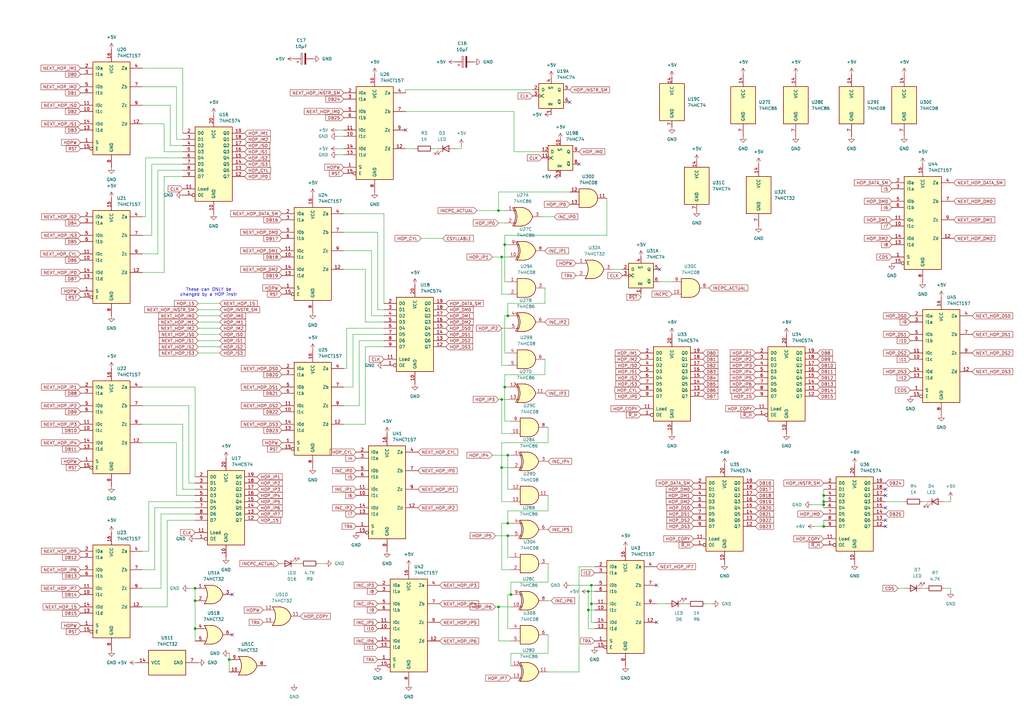
<source format=kicad_sch>
(kicad_sch (version 20250114) (generator "eeschema") (generator_version "9.0")
  (paper "A3")
  (text "These can ONLY be\nchanged by a HOP instr" (at 85.598 119.888 0) (effects (font (size 1.27 1.27))))
  (junction (at 80.01 257.81))
  (junction (at 241.3 242.57))
  (junction (at 205.74 163.83))
  (junction (at 208.28 219.71))
  (junction (at 204.47 86.36))
  (junction (at 208.28 214.63))
  (junction (at 337.82 205.74))
  (junction (at 80.01 241.3))
  (junction (at 337.82 207.01))
  (junction (at 208.28 186.69))
  (junction (at 207.01 100.33))
  (junction (at 80.01 246.38))
  (junction (at 209.55 243.84))
  (junction (at 208.28 129.54))
  (junction (at 205.74 191.77))
  (junction (at 337.82 203.2))
  (junction (at 207.01 158.75))
  (junction (at 204.47 248.92))
  (junction (at 337.82 215.9))
  (junction (at 205.74 105.41))
  (junction (at 242.57 247.65))
  (junction (at 242.57 240.03))
  (junction (at 93.98 270.51))
  (junction (at 241.3 250.19))
  (no_connect (at 269.24 255.27))
  (no_connect (at 237.49 67.31))
  (no_connect (at 269.24 240.03))
  (no_connect (at 363.22 215.9))
  (no_connect (at 95.25 260.35))
  (no_connect (at 363.22 203.2))
  (no_connect (at 363.22 208.28))
  (no_connect (at 363.22 213.36))
  (no_connect (at 270.51 110.49))
  (no_connect (at 363.22 200.66))
  (no_connect (at 166.37 53.34))
  (no_connect (at 95.25 243.84))
  (no_connect (at 233.68 41.91))
  (wire (pts (xy 389.89 204.47) (xy 389.89 205.74)))
  (wire (pts (xy 378.46 205.74) (xy 379.73 205.74)))
  (wire (pts (xy 389.89 205.74) (xy 387.35 205.74)))
  (wire (pts (xy 77.47 241.3) (xy 80.01 241.3)))
  (wire (pts (xy 149.86 110.49) (xy 149.86 132.08)))
  (wire (pts (xy 72.39 181.61) (xy 72.39 203.2)))
  (wire (pts (xy 123.19 231.14) (xy 121.92 231.14)))
  (wire (pts (xy 205.74 120.65) (xy 205.74 105.41)))
  (wire (pts (xy 58.42 35.56) (xy 72.39 35.56)))
  (wire (pts (xy 207.01 129.54) (xy 208.28 129.54)))
  (wire (pts (xy 208.28 124.46) (xy 208.28 129.54)))
  (wire (pts (xy 205.74 191.77) (xy 209.55 191.77)))
  (wire (pts (xy 80.01 241.3) (xy 80.01 246.38)))
  (wire (pts (xy 243.84 250.19) (xy 241.3 250.19)))
  (wire (pts (xy 138.43 60.96) (xy 140.97 60.96)))
  (wire (pts (xy 337.82 207.01) (xy 337.82 208.28)))
  (wire (pts (xy 81.28 134.62) (xy 90.17 134.62)))
  (wire (pts (xy 209.55 172.72) (xy 207.01 172.72)))
  (wire (pts (xy 81.28 124.46) (xy 90.17 124.46)))
  (wire (pts (xy 224.79 203.2) (xy 224.79 209.55)))
  (wire (pts (xy 144.78 158.75) (xy 144.78 137.16)))
  (wire (pts (xy 69.85 59.69) (xy 74.93 59.69)))
  (wire (pts (xy 154.94 95.25) (xy 154.94 127)))
  (wire (pts (xy 74.93 173.99) (xy 74.93 200.66)))
  (wire (pts (xy 58.42 27.94) (xy 74.93 27.94)))
  (wire (pts (xy 72.39 57.15) (xy 74.93 57.15)))
  (wire (pts (xy 81.28 127) (xy 90.17 127)))
  (wire (pts (xy 207.01 96.52) (xy 207.01 100.33)))
  (wire (pts (xy 208.28 115.57) (xy 207.01 115.57)))
  (wire (pts (xy 138.43 55.88) (xy 140.97 55.88)))
  (wire (pts (xy 149.86 173.99) (xy 149.86 142.24)))
  (wire (pts (xy 66.04 210.82) (xy 80.01 210.82)))
  (wire (pts (xy 241.3 257.81) (xy 241.3 250.19)))
  (wire (pts (xy 209.55 177.8) (xy 205.74 177.8)))
  (wire (pts (xy 147.32 139.7) (xy 157.48 139.7)))
  (wire (pts (xy 378.46 241.3) (xy 379.73 241.3)))
  (wire (pts (xy 140.97 151.13) (xy 142.24 151.13)))
  (wire (pts (xy 58.42 158.75) (xy 80.01 158.75)))
  (wire (pts (xy 152.4 102.87) (xy 152.4 129.54)))
  (wire (pts (xy 58.42 173.99) (xy 74.93 173.99)))
  (wire (pts (xy 363.22 205.74) (xy 370.84 205.74)))
  (wire (pts (xy 58.42 181.61) (xy 72.39 181.61)))
  (wire (pts (xy 281.94 247.65) (xy 280.67 247.65)))
  (wire (pts (xy 223.52 147.32) (xy 223.52 153.67)))
  (wire (pts (xy 368.3 241.3) (xy 370.84 241.3)))
  (wire (pts (xy 142.24 151.13) (xy 142.24 134.62)))
  (wire (pts (xy 241.3 242.57) (xy 243.84 242.57)))
  (wire (pts (xy 208.28 219.71) (xy 209.55 219.71)))
  (wire (pts (xy 224.79 209.55) (xy 208.28 209.55)))
  (wire (pts (xy 337.82 215.9) (xy 337.82 213.36)))
  (wire (pts (xy 81.28 129.54) (xy 90.17 129.54)))
  (wire (pts (xy 387.35 241.3) (xy 389.89 241.3)))
  (wire (pts (xy 207.01 172.72) (xy 207.01 158.75)))
  (wire (pts (xy 166.37 60.96) (xy 170.18 60.96)))
  (wire (pts (xy 140.97 173.99) (xy 149.86 173.99)))
  (wire (pts (xy 58.42 111.76) (xy 67.31 111.76)))
  (wire (pts (xy 142.24 134.62) (xy 157.48 134.62)))
  (wire (pts (xy 262.89 120.65) (xy 262.89 121.92)))
  (wire (pts (xy 68.58 213.36) (xy 80.01 213.36)))
  (wire (pts (xy 223.52 124.46) (xy 208.28 124.46)))
  (wire (pts (xy 389.89 241.3) (xy 389.89 242.57)))
  (wire (pts (xy 58.42 226.06) (xy 60.96 226.06)))
  (wire (pts (xy 166.37 36.83) (xy 218.44 36.83)))
  (wire (pts (xy 209.55 262.89) (xy 204.47 262.89)))
  (wire (pts (xy 154.94 127) (xy 157.48 127)))
  (wire (pts (xy 149.86 142.24) (xy 157.48 142.24)))
  (wire (pts (xy 242.57 240.03) (xy 243.84 240.03)))
  (wire (pts (xy 224.79 175.26) (xy 224.79 181.61)))
  (wire (pts (xy 72.39 35.56) (xy 72.39 57.15)))
  (wire (pts (xy 149.86 132.08) (xy 157.48 132.08)))
  (wire (pts (xy 207.01 115.57) (xy 207.01 100.33)))
  (wire (pts (xy 204.47 262.89) (xy 204.47 248.92)))
  (wire (pts (xy 242.57 247.65) (xy 242.57 240.03)))
  (wire (pts (xy 59.69 88.9) (xy 59.69 64.77)))
  (wire (pts (xy 63.5 208.28) (xy 80.01 208.28)))
  (wire (pts (xy 223.52 118.11) (xy 223.52 124.46)))
  (wire (pts (xy 138.43 53.34) (xy 140.97 53.34)))
  (wire (pts (xy 207.01 100.33) (xy 208.28 100.33)))
  (wire (pts (xy 72.39 203.2) (xy 80.01 203.2)))
  (wire (pts (xy 138.43 63.5) (xy 140.97 63.5)))
  (wire (pts (xy 64.77 69.85) (xy 74.93 69.85)))
  (wire (pts (xy 58.42 88.9) (xy 59.69 88.9)))
  (wire (pts (xy 205.74 177.8) (xy 205.74 163.83)))
  (wire (pts (xy 203.2 219.71) (xy 208.28 219.71)))
  (wire (pts (xy 59.69 64.77) (xy 74.93 64.77)))
  (wire (pts (xy 63.5 233.68) (xy 63.5 208.28)))
  (wire (pts (xy 93.98 267.97) (xy 93.98 270.51)))
  (wire (pts (xy 67.31 50.8) (xy 67.31 62.23)))
  (wire (pts (xy 209.55 233.68) (xy 205.74 233.68)))
  (wire (pts (xy 58.42 50.8) (xy 67.31 50.8)))
  (wire (pts (xy 207.01 153.67) (xy 207.01 158.75)))
  (wire (pts (xy 166.37 38.1) (xy 166.37 36.83)))
  (wire (pts (xy 224.79 260.35) (xy 224.79 267.97)))
  (wire (pts (xy 205.74 149.86) (xy 208.28 149.86)))
  (wire (pts (xy 172.72 97.79) (xy 181.61 97.79)))
  (wire (pts (xy 209.55 200.66) (xy 208.28 200.66)))
  (wire (pts (xy 58.42 248.92) (xy 68.58 248.92)))
  (wire (pts (xy 208.28 243.84) (xy 209.55 243.84)))
  (wire (pts (xy 209.55 205.74) (xy 205.74 205.74)))
  (wire (pts (xy 157.48 87.63) (xy 157.48 124.46)))
  (wire (pts (xy 80.01 158.75) (xy 80.01 195.58)))
  (wire (pts (xy 144.78 137.16) (xy 157.48 137.16)))
  (wire (pts (xy 208.28 120.65) (xy 205.74 120.65)))
  (wire (pts (xy 68.58 248.92) (xy 68.58 213.36)))
  (wire (pts (xy 130.81 231.14) (xy 133.35 231.14)))
  (wire (pts (xy 204.47 248.92) (xy 209.55 248.92)))
  (wire (pts (xy 66.04 241.3) (xy 66.04 210.82)))
  (wire (pts (xy 74.93 27.94) (xy 74.93 54.61)))
  (wire (pts (xy 81.28 132.08) (xy 90.17 132.08)))
  (wire (pts (xy 58.42 233.68) (xy 63.5 233.68)))
  (wire (pts (xy 332.74 207.01) (xy 337.82 207.01)))
  (wire (pts (xy 58.42 43.18) (xy 69.85 43.18)))
  (wire (pts (xy 209.55 228.6) (xy 208.28 228.6)))
  (wire (pts (xy 81.28 144.78) (xy 90.17 144.78)))
  (wire (pts (xy 233.68 78.74) (xy 204.47 78.74)))
  (wire (pts (xy 67.31 111.76) (xy 67.31 72.39)))
  (wire (pts (xy 60.96 226.06) (xy 60.96 205.74)))
  (wire (pts (xy 208.28 144.78) (xy 207.01 144.78)))
  (wire (pts (xy 269.24 247.65) (xy 273.05 247.65)))
  (wire (pts (xy 207.01 158.75) (xy 208.28 158.75)))
  (wire (pts (xy 243.84 257.81) (xy 241.3 257.81)))
  (wire (pts (xy 201.93 186.69) (xy 208.28 186.69)))
  (wire (pts (xy 80.01 246.38) (xy 80.01 257.81)))
  (wire (pts (xy 224.79 181.61) (xy 205.74 181.61)))
  (wire (pts (xy 140.97 87.63) (xy 157.48 87.63)))
  (wire (pts (xy 270.51 115.57) (xy 275.59 115.57)))
  (wire (pts (xy 224.79 267.97) (xy 209.55 267.97)))
  (wire (pts (xy 166.37 45.72) (xy 210.82 45.72)))
  (wire (pts (xy 241.3 250.19) (xy 241.3 242.57)))
  (wire (pts (xy 205.74 105.41) (xy 208.28 105.41)))
  (wire (pts (xy 223.52 153.67) (xy 207.01 153.67)))
  (wire (pts (xy 243.84 247.65) (xy 242.57 247.65)))
  (wire (pts (xy 140.97 110.49) (xy 149.86 110.49)))
  (wire (pts (xy 205.74 214.63) (xy 208.28 214.63)))
  (wire (pts (xy 152.4 129.54) (xy 157.48 129.54)))
  (wire (pts (xy 337.82 205.74) (xy 337.82 203.2)))
  (wire (pts (xy 147.32 166.37) (xy 147.32 139.7)))
  (wire (pts (xy 140.97 166.37) (xy 147.32 166.37)))
  (wire (pts (xy 81.28 139.7) (xy 90.17 139.7)))
  (wire (pts (xy 77.47 198.12) (xy 80.01 198.12)))
  (wire (pts (xy 208.28 200.66) (xy 208.28 186.69)))
  (wire (pts (xy 177.8 60.96) (xy 179.07 60.96)))
  (wire (pts (xy 204.47 163.83) (xy 205.74 163.83)))
  (wire (pts (xy 208.28 257.81) (xy 208.28 243.84)))
  (wire (pts (xy 69.85 43.18) (xy 69.85 59.69)))
  (wire (pts (xy 205.74 233.68) (xy 205.74 214.63)))
  (wire (pts (xy 210.82 45.72) (xy 210.82 62.23)))
  (wire (pts (xy 67.31 72.39) (xy 74.93 72.39)))
  (wire (pts (xy 251.46 110.49) (xy 255.27 110.49)))
  (wire (pts (xy 209.55 238.76) (xy 209.55 243.84)))
  (wire (pts (xy 334.01 215.9) (xy 337.82 215.9)))
  (wire (pts (xy 224.79 238.76) (xy 209.55 238.76)))
  (wire (pts (xy 60.96 205.74) (xy 80.01 205.74)))
  (wire (pts (xy 224.79 275.59) (xy 237.49 275.59)))
  (wire (pts (xy 204.47 86.36) (xy 207.01 86.36)))
  (wire (pts (xy 205.74 134.62) (xy 208.28 134.62)))
  (wire (pts (xy 248.92 81.28) (xy 248.92 96.52)))
  (wire (pts (xy 74.93 200.66) (xy 80.01 200.66)))
  (wire (pts (xy 208.28 214.63) (xy 209.55 214.63)))
  (wire (pts (xy 58.42 241.3) (xy 66.04 241.3)))
  (wire (pts (xy 237.49 232.41) (xy 243.84 232.41)))
  (wire (pts (xy 77.47 166.37) (xy 77.47 198.12)))
  (wire (pts (xy 205.74 181.61) (xy 205.74 191.77)))
  (wire (pts (xy 204.47 91.44) (xy 207.01 91.44)))
  (wire (pts (xy 58.42 166.37) (xy 77.47 166.37)))
  (wire (pts (xy 208.28 186.69) (xy 209.55 186.69)))
  (wire (pts (xy 237.49 275.59) (xy 237.49 232.41)))
  (wire (pts (xy 64.77 104.14) (xy 64.77 69.85)))
  (wire (pts (xy 208.28 209.55) (xy 208.28 214.63)))
  (wire (pts (xy 248.92 96.52) (xy 207.01 96.52)))
  (wire (pts (xy 222.25 88.9) (xy 227.33 88.9)))
  (wire (pts (xy 58.42 96.52) (xy 62.23 96.52)))
  (wire (pts (xy 205.74 205.74) (xy 205.74 191.77)))
  (wire (pts (xy 289.56 247.65) (xy 292.1 247.65)))
  (wire (pts (xy 62.23 96.52) (xy 62.23 67.31)))
  (wire (pts (xy 81.28 142.24) (xy 90.17 142.24)))
  (wire (pts (xy 189.23 59.69) (xy 189.23 60.96)))
  (wire (pts (xy 201.93 105.41) (xy 205.74 105.41)))
  (wire (pts (xy 243.84 255.27) (xy 242.57 255.27)))
  (wire (pts (xy 233.68 240.03) (xy 242.57 240.03)))
  (wire (pts (xy 140.97 95.25) (xy 154.94 95.25)))
  (wire (pts (xy 80.01 257.81) (xy 80.01 262.89)))
  (wire (pts (xy 337.82 207.01) (xy 337.82 205.74)))
  (wire (pts (xy 205.74 163.83) (xy 208.28 163.83)))
  (wire (pts (xy 195.58 86.36) (xy 204.47 86.36)))
  (wire (pts (xy 224.79 246.38) (xy 226.06 246.38)))
  (wire (pts (xy 81.28 137.16) (xy 90.17 137.16)))
  (wire (pts (xy 58.42 104.14) (xy 64.77 104.14)))
  (wire (pts (xy 189.23 60.96) (xy 186.69 60.96)))
  (wire (pts (xy 203.2 248.92) (xy 204.47 248.92)))
  (wire (pts (xy 224.79 231.14) (xy 224.79 238.76)))
  (wire (pts (xy 209.55 257.81) (xy 208.28 257.81)))
  (wire (pts (xy 205.74 149.86) (xy 205.74 134.62)))
  (wire (pts (xy 337.82 203.2) (xy 337.82 200.66)))
  (wire (pts (xy 209.55 267.97) (xy 209.55 273.05)))
  (wire (pts (xy 67.31 62.23) (xy 74.93 62.23)))
  (wire (pts (xy 204.47 78.74) (xy 204.47 86.36)))
  (wire (pts (xy 207.01 144.78) (xy 207.01 129.54)))
  (wire (pts (xy 140.97 102.87) (xy 152.4 102.87)))
  (wire (pts (xy 62.23 67.31) (xy 74.93 67.31)))
  (wire (pts (xy 242.57 255.27) (xy 242.57 247.65)))
  (wire (pts (xy 210.82 62.23) (xy 222.25 62.23)))
  (wire (pts (xy 140.97 158.75) (xy 144.78 158.75)))
  (wire (pts (xy 93.98 270.51) (xy 93.98 275.59)))
  (wire (pts (xy 208.28 228.6) (xy 208.28 219.71)))
  (global_label "HOP_DS3" (shape input) (at 373.38 152.4 180) (property "Intersheetrefs" "${INTERSHEET_REFS}" (effects (hide yes))))
  (global_label "HOPW" (shape input) (at 33.02 119.38 180) (property "Intersheetrefs" "${INTERSHEET_REFS}" (effects (hide yes))))
  (global_label "HOP_IP0" (shape input) (at 262.89 162.56 180) (property "Intersheetrefs" "${INTERSHEET_REFS}" (effects (hide yes))))
  (global_label "DB9" (shape input) (at 335.28 147.32 0) (property "Intersheetrefs" "${INTERSHEET_REFS}" (effects (hide yes))))
  (global_label "DB4" (shape input) (at 288.29 154.94 0) (property "Intersheetrefs" "${INTERSHEET_REFS}" (effects (hide yes))))
  (global_label "HOP_COPY" (shape input) (at 123.19 252.73 0) (property "Intersheetrefs" "${INTERSHEET_REFS}" (effects (hide yes))))
  (global_label "CLK" (shape input) (at 255.27 113.03 180) (property "Intersheetrefs" "${INTERSHEET_REFS}" (effects (hide yes))))
  (global_label "TRA" (shape input) (at 236.22 113.03 180) (property "Intersheetrefs" "${INTERSHEET_REFS}" (effects (hide yes))))
  (global_label "NEXT_HOP_IS3" (shape input) (at 33.02 96.52 180) (property "Intersheetrefs" "${INTERSHEET_REFS}" (effects (hide yes))))
  (global_label "NEXT_HOP_IP1" (shape input) (at 33.02 158.75 180) (property "Intersheetrefs" "${INTERSHEET_REFS}" (effects (hide yes))))
  (global_label "NEXT_HOP_DM0" (shape input) (at 391.16 82.55 0) (property "Intersheetrefs" "${INTERSHEET_REFS}" (effects (hide yes))))
  (global_label "HOP_IP0" (shape input) (at 233.68 83.82 180) (property "Intersheetrefs" "${INTERSHEET_REFS}" (effects (hide yes))))
  (global_label "HOP_DS3" (shape input) (at 284.48 215.9 180) (property "Intersheetrefs" "${INTERSHEET_REFS}" (effects (hide yes))))
  (global_label "DB7" (shape input) (at 288.29 162.56 0) (property "Intersheetrefs" "${INTERSHEET_REFS}" (effects (hide yes))))
  (global_label "HOP_DM0" (shape input) (at 284.48 200.66 180) (property "Intersheetrefs" "${INTERSHEET_REFS}" (effects (hide yes))))
  (global_label "DB3" (shape input) (at 33.02 53.34 180) (property "Intersheetrefs" "${INTERSHEET_REFS}" (effects (hide yes))))
  (global_label "HOPW" (shape input) (at 33.02 58.42 180) (property "Intersheetrefs" "${INTERSHEET_REFS}" (effects (hide yes))))
  (global_label "HOP_DATA_SM" (shape input) (at 182.88 124.46 0) (property "Intersheetrefs" "${INTERSHEET_REFS}" (effects (hide yes))))
  (global_label "I7" (shape input) (at 365.76 92.71 180) (property "Intersheetrefs" "${INTERSHEET_REFS}" (effects (hide yes))))
  (global_label "NEXT_HOP_DM0" (shape input) (at 115.57 95.25 180) (property "Intersheetrefs" "${INTERSHEET_REFS}" (effects (hide yes))))
  (global_label "HOP_IP3" (shape input) (at 309.88 149.86 180) (property "Intersheetrefs" "${INTERSHEET_REFS}" (effects (hide yes))))
  (global_label "NEXT_HOP_IP6" (shape input) (at 180.34 262.89 0) (property "Intersheetrefs" "${INTERSHEET_REFS}" (effects (hide yes))))
  (global_label "NEXT_HOP_IP7" (shape input) (at 33.02 241.3 180) (property "Intersheetrefs" "${INTERSHEET_REFS}" (effects (hide yes))))
  (global_label "NEXT_HOP_CYL" (shape input) (at 171.45 185.42 0) (property "Intersheetrefs" "${INTERSHEET_REFS}" (effects (hide yes))))
  (global_label "HOP_DS0" (shape input) (at 284.48 208.28 180) (property "Intersheetrefs" "${INTERSHEET_REFS}" (effects (hide yes))))
  (global_label "INCPC" (shape input) (at 275.59 120.65 180) (property "Intersheetrefs" "${INTERSHEET_REFS}" (effects (hide yes))))
  (global_label "HOP_IP6" (shape input) (at 309.88 157.48 180) (property "Intersheetrefs" "${INTERSHEET_REFS}" (effects (hide yes))))
  (global_label "DB18" (shape input) (at 115.57 105.41 180) (property "Intersheetrefs" "${INTERSHEET_REFS}" (effects (hide yes))))
  (global_label "HOP_CYL" (shape input) (at 262.89 160.02 180) (property "Intersheetrefs" "${INTERSHEET_REFS}" (effects (hide yes))))
  (global_label "INC_IP0" (shape input) (at 146.05 193.04 180) (property "Intersheetrefs" "${INTERSHEET_REFS}" (effects (hide yes))))
  (global_label "DB11" (shape input) (at 335.28 152.4 0) (property "Intersheetrefs" "${INTERSHEET_REFS}" (effects (hide yes))))
  (global_label "HOP_IP1" (shape input) (at 105.41 195.58 0) (property "Intersheetrefs" "${INTERSHEET_REFS}" (effects (hide yes))))
  (global_label "I5" (shape input) (at 365.76 77.47 180) (property "Intersheetrefs" "${INTERSHEET_REFS}" (effects (hide yes))))
  (global_label "HOP_INSTR_SM" (shape input) (at 233.68 36.83 0) (property "Intersheetrefs" "${INTERSHEET_REFS}" (effects (hide yes))))
  (global_label "NEXT_HOP_IM2" (shape input) (at 81.28 134.62 180) (property "Intersheetrefs" "${INTERSHEET_REFS}" (effects (hide yes))))
  (global_label "NEXT_HOP_DS0" (shape input) (at 115.57 151.13 180) (property "Intersheetrefs" "${INTERSHEET_REFS}" (effects (hide yes))))
  (global_label "HOP_INSTR_SM" (shape input) (at 337.82 198.12 180) (property "Intersheetrefs" "${INTERSHEET_REFS}" (effects (hide yes))))
  (global_label "HOP_DS1" (shape input) (at 284.48 210.82 180) (property "Intersheetrefs" "${INTERSHEET_REFS}" (effects (hide yes))))
  (global_label "HOP_IS0" (shape input) (at 90.17 137.16 0) (property "Intersheetrefs" "${INTERSHEET_REFS}" (effects (hide yes))))
  (global_label "INC_IP3" (shape input) (at 223.52 161.29 0) (property "Intersheetrefs" "${INTERSHEET_REFS}" (effects (hide yes))))
  (global_label "NEXT_HOP_IP3" (shape input) (at 33.02 173.99 180) (property "Intersheetrefs" "${INTERSHEET_REFS}" (effects (hide yes))))
  (global_label "INCPC_ACTUAL" (shape input) (at 290.83 118.11 0) (property "Intersheetrefs" "${INTERSHEET_REFS}" (effects (hide yes))))
  (global_label "DB20" (shape input) (at 115.57 153.67 180) (property "Intersheetrefs" "${INTERSHEET_REFS}" (effects (hide yes))))
  (global_label "INCPC_ACTUAL" (shape input) (at 195.58 86.36 180) (property "Intersheetrefs" "${INTERSHEET_REFS}" (effects (hide yes))))
  (global_label "I12" (shape input) (at 373.38 154.94 180) (property "Intersheetrefs" "${INTERSHEET_REFS}" (effects (hide yes))))
  (global_label "NEXT_HOP_IM0" (shape input) (at 81.28 129.54 180) (property "Intersheetrefs" "${INTERSHEET_REFS}" (effects (hide yes))))
  (global_label "HOP_IM0" (shape input) (at 337.82 210.82 180) (property "Intersheetrefs" "${INTERSHEET_REFS}" (effects (hide yes))))
  (global_label "HOP_IP7" (shape input) (at 209.55 278.13 180) (property "Intersheetrefs" "${INTERSHEET_REFS}" (effects (hide yes))))
  (global_label "DB19" (shape input) (at 309.88 205.74 0) (property "Intersheetrefs" "${INTERSHEET_REFS}" (effects (hide yes))))
  (global_label "CDS" (shape input) (at 368.3 241.3 180) (property "Intersheetrefs" "${INTERSHEET_REFS}" (effects (hide yes))))
  (global_label "TRA" (shape input) (at 146.05 215.9 180) (property "Intersheetrefs" "${INTERSHEET_REFS}" (effects (hide yes))))
  (global_label "NEXT_HOP_DS1" (shape input) (at 398.78 137.16 0) (property "Intersheetrefs" "${INTERSHEET_REFS}" (effects (hide yes))))
  (global_label "DB1" (shape input) (at 288.29 147.32 0) (property "Intersheetrefs" "${INTERSHEET_REFS}" (effects (hide yes))))
  (global_label "DB0" (shape input) (at 33.02 30.48 180) (property "Intersheetrefs" "${INTERSHEET_REFS}" (effects (hide yes))))
  (global_label "HOPW" (shape input) (at 140.97 68.58 180) (property "Intersheetrefs" "${INTERSHEET_REFS}" (effects (hide yes))))
  (global_label "DB17" (shape input) (at 115.57 97.79 180) (property "Intersheetrefs" "${INTERSHEET_REFS}" (effects (hide yes))))
  (global_label "I12" (shape input) (at 243.84 234.95 180) (property "Intersheetrefs" "${INTERSHEET_REFS}" (effects (hide yes))))
  (global_label "CLK" (shape input) (at 74.93 77.47 180) (property "Intersheetrefs" "${INTERSHEET_REFS}" (effects (hide yes))))
  (global_label "RST" (shape input) (at 140.97 71.12 180) (property "Intersheetrefs" "${INTERSHEET_REFS}" (effects (hide yes))))
  (global_label "HOP_IP0" (shape input) (at 204.47 91.44 180) (property "Intersheetrefs" "${INTERSHEET_REFS}" (effects (hide yes))))
  (global_label "INC_IP4" (shape input) (at 224.79 189.23 0) (property "Intersheetrefs" "${INTERSHEET_REFS}" (effects (hide yes))))
  (global_label "HOPW" (shape input) (at 33.02 256.54 180) (property "Intersheetrefs" "${INTERSHEET_REFS}" (effects (hide yes))))
  (global_label "HOP_CYL" (shape input) (at 100.33 69.85 0) (property "Intersheetrefs" "${INTERSHEET_REFS}" (effects (hide yes))))
  (global_label "NEXT_HOP_DM2" (shape input) (at 115.57 110.49 180) (property "Intersheetrefs" "${INTERSHEET_REFS}" (effects (hide yes))))
  (global_label "RST" (shape input) (at 33.02 60.96 180) (property "Intersheetrefs" "${INTERSHEET_REFS}" (effects (hide yes))))
  (global_label "I11" (shape input) (at 373.38 147.32 180) (property "Intersheetrefs" "${INTERSHEET_REFS}" (effects (hide yes))))
  (global_label "DB19" (shape input) (at 115.57 113.03 180) (property "Intersheetrefs" "${INTERSHEET_REFS}" (effects (hide yes))))
  (global_label "HOP_IP7" (shape input) (at 309.88 160.02 180) (property "Intersheetrefs" "${INTERSHEET_REFS}" (effects (hide yes))))
  (global_label "I9" (shape input) (at 154.94 250.19 180) (property "Intersheetrefs" "${INTERSHEET_REFS}" (effects (hide yes))))
  (global_label "NEXT_HOP_IP1" (shape input) (at 171.45 200.66 0) (property "Intersheetrefs" "${INTERSHEET_REFS}" (effects (hide yes))))
  (global_label "CSYLLABLE" (shape input) (at 181.61 97.79 0) (property "Intersheetrefs" "${INTERSHEET_REFS}" (effects (hide yes))))
  (global_label "DB12" (shape input) (at 335.28 154.94 0) (property "Intersheetrefs" "${INTERSHEET_REFS}" (effects (hide yes))))
  (global_label "DB14" (shape input) (at 335.28 160.02 0) (property "Intersheetrefs" "${INTERSHEET_REFS}" (effects (hide yes))))
  (global_label "RST" (shape input) (at 115.57 120.65 180) (property "Intersheetrefs" "${INTERSHEET_REFS}" (effects (hide yes))))
  (global_label "HOPW" (shape input) (at 115.57 181.61 180) (property "Intersheetrefs" "${INTERSHEET_REFS}" (effects (hide yes))))
  (global_label "HOPW" (shape input) (at 107.95 250.19 180) (property "Intersheetrefs" "${INTERSHEET_REFS}" (effects (hide yes))))
  (global_label "RST" (shape input) (at 33.02 259.08 180) (property "Intersheetrefs" "${INTERSHEET_REFS}" (effects (hide yes))))
  (global_label "HOP_INSTR_SM" (shape input) (at 90.17 127 0) (property "Intersheetrefs" "${INTERSHEET_REFS}" (effects (hide yes))))
  (global_label "NEXT_HOP_IP3" (shape input) (at 180.34 240.03 0) (property "Intersheetrefs" "${INTERSHEET_REFS}" (effects (hide yes))))
  (global_label "DB14" (shape input) (at 33.02 243.84 180) (property "Intersheetrefs" "${INTERSHEET_REFS}" (effects (hide yes))))
  (global_label "HOPW" (shape input) (at 236.22 107.95 180) (property "Intersheetrefs" "${INTERSHEET_REFS}" (effects (hide yes))))
  (global_label "CDS" (shape input) (at 365.76 105.41 180) (property "Intersheetrefs" "${INTERSHEET_REFS}" (effects (hide yes))))
  (global_label "DB22" (shape input) (at 309.88 213.36 0) (property "Intersheetrefs" "${INTERSHEET_REFS}" (effects (hide yes))))
  (global_label "DB15" (shape input) (at 33.02 251.46 180) (property "Intersheetrefs" "${INTERSHEET_REFS}" (effects (hide yes))))
  (global_label "I10" (shape input) (at 373.38 139.7 180) (property "Intersheetrefs" "${INTERSHEET_REFS}" (effects (hide yes))))
  (global_label "NEXT_HOP_INSTR_SM" (shape input) (at 140.97 38.1 180) (property "Intersheetrefs" "${INTERSHEET_REFS}" (effects (hide yes))))
  (global_label "DB10" (shape input) (at 335.28 149.86 0) (property "Intersheetrefs" "${INTERSHEET_REFS}" (effects (hide yes))))
  (global_label "DB21" (shape input) (at 115.57 161.29 180) (property "Intersheetrefs" "${INTERSHEET_REFS}" (effects (hide yes))))
  (global_label "~{R_H}" (shape input) (at 284.48 223.52 180) (property "Intersheetrefs" "${INTERSHEET_REFS}" (effects (hide yes))))
  (global_label "NEXT_HOP_IP4" (shape input) (at 33.02 181.61 180) (property "Intersheetrefs" "${INTERSHEET_REFS}" (effects (hide yes))))
  (global_label "NEXT_HOP_IP0" (shape input) (at 171.45 193.04 0) (property "Intersheetrefs" "${INTERSHEET_REFS}" (effects (hide yes))))
  (global_label "NEXT_HOP_IS1" (shape input) (at 81.28 139.7 180) (property "Intersheetrefs" "${INTERSHEET_REFS}" (effects (hide yes))))
  (global_label "INC_IP1" (shape input) (at 223.52 102.87 0) (property "Intersheetrefs" "${INTERSHEET_REFS}" (effects (hide yes))))
  (global_label "HOP_IS1" (shape input) (at 90.17 139.7 0) (property "Intersheetrefs" "${INTERSHEET_REFS}" (effects (hide yes))))
  (global_label "DB4" (shape input) (at 33.02 91.44 180) (property "Intersheetrefs" "${INTERSHEET_REFS}" (effects (hide yes))))
  (global_label "DB1" (shape input) (at 33.02 38.1 180) (property "Intersheetrefs" "${INTERSHEET_REFS}" (effects (hide yes))))
  (global_label "HOP_IP6" (shape input) (at 203.2 248.92 180) (property "Intersheetrefs" "${INTERSHEET_REFS}" (effects (hide yes))))
  (global_label "HOP_IS3" (shape input) (at 90.17 144.78 0) (property "Intersheetrefs" "${INTERSHEET_REFS}" (effects (hide yes))))
  (global_label "DB16" (shape input) (at 309.88 198.12 0) (property "Intersheetrefs" "${INTERSHEET_REFS}" (effects (hide yes))))
  (global_label "HOP_DM1" (shape input) (at 284.48 203.2 180) (property "Intersheetrefs" "${INTERSHEET_REFS}" (effects (hide yes))))
  (global_label "HOP_IS0" (shape input) (at 100.33 59.69 0) (property "Intersheetrefs" "${INTERSHEET_REFS}" (effects (hide yes))))
  (global_label "~{R_H}" (shape input) (at 337.82 223.52 180) (property "Intersheetrefs" "${INTERSHEET_REFS}" (effects (hide yes))))
  (global_label "RST" (shape input) (at 33.02 121.92 180) (property "Intersheetrefs" "${INTERSHEET_REFS}" (effects (hide yes))))
  (global_label "HOP_DS0" (shape input) (at 373.38 129.54 180) (property "Intersheetrefs" "${INTERSHEET_REFS}" (effects (hide yes))))
  (global_label "I7" (shape input) (at 146.05 210.82 180) (property "Intersheetrefs" "${INTERSHEET_REFS}" (effects (hide yes))))
  (global_label "HOP_IP6" (shape input) (at 105.41 208.28 0) (property "Intersheetrefs" "${INTERSHEET_REFS}" (effects (hide yes))))
  (global_label "HOP_IM1" (shape input) (at 100.33 54.61 0) (property "Intersheetrefs" "${INTERSHEET_REFS}" (effects (hide yes))))
  (global_label "INC_IP2" (shape input) (at 223.52 132.08 0) (property "Intersheetrefs" "${INTERSHEET_REFS}" (effects (hide yes))))
  (global_label "HOP_DS2" (shape input) (at 284.48 213.36 180) (property "Intersheetrefs" "${INTERSHEET_REFS}" (effects (hide yes))))
  (global_label "RST" (shape input) (at 33.02 191.77 180) (property "Intersheetrefs" "${INTERSHEET_REFS}" (effects (hide yes))))
  (global_label "DB23" (shape input) (at 115.57 176.53 180) (property "Intersheetrefs" "${INTERSHEET_REFS}" (effects (hide yes))))
  (global_label "DB0" (shape input) (at 288.29 144.78 0) (property "Intersheetrefs" "${INTERSHEET_REFS}" (effects (hide yes))))
  (global_label "HOP_IM1" (shape input) (at 90.17 132.08 0) (property "Intersheetrefs" "${INTERSHEET_REFS}" (effects (hide yes))))
  (global_label "HOP_DS0" (shape input) (at 182.88 134.62 0) (property "Intersheetrefs" "${INTERSHEET_REFS}" (effects (hide yes))))
  (global_label "HOP_DM0" (shape input) (at 365.76 82.55 180) (property "Intersheetrefs" "${INTERSHEET_REFS}" (effects (hide yes))))
  (global_label "DB22" (shape input) (at 115.57 168.91 180) (property "Intersheetrefs" "${INTERSHEET_REFS}" (effects (hide yes))))
  (global_label "NEXT_HOP_IP5" (shape input) (at 180.34 255.27 0) (property "Intersheetrefs" "${INTERSHEET_REFS}" (effects (hide yes))))
  (global_label "~{R_H}" (shape input) (at 309.88 170.18 180) (property "Intersheetrefs" "${INTERSHEET_REFS}" (effects (hide yes))))
  (global_label "DB5" (shape input) (at 33.02 99.06 180) (property "Intersheetrefs" "${INTERSHEET_REFS}" (effects (hide yes))))
  (global_label "NEXT_HOP_15" (shape input) (at 33.02 248.92 180) (property "Intersheetrefs" "${INTERSHEET_REFS}" (effects (hide yes))))
  (global_label "DB2" (shape input) (at 33.02 45.72 180) (property "Intersheetrefs" "${INTERSHEET_REFS}" (effects (hide yes))))
  (global_label "HOP_IM1" (shape input) (at 262.89 144.78 180) (property "Intersheetrefs" "${INTERSHEET_REFS}" (effects (hide yes))))
  (global_label "HOP_IM2" (shape input) (at 90.17 134.62 0) (property "Intersheetrefs" "${INTERSHEET_REFS}" (effects (hide yes))))
  (global_label "NEXT_HOP_IP2" (shape input) (at 171.45 208.28 0) (property "Intersheetrefs" "${INTERSHEET_REFS}" (effects (hide yes))))
  (global_label "NEXT_HOP_INSTR_SM" (shape input) (at 81.28 127 180) (property "Intersheetrefs" "${INTERSHEET_REFS}" (effects (hide yes))))
  (global_label "NEXT_HOP_DM2" (shape input) (at 391.16 97.79 0) (property "Intersheetrefs" "${INTERSHEET_REFS}" (effects (hide yes))))
  (global_label "DB5" (shape input) (at 288.29 157.48 0) (property "Intersheetrefs" "${INTERSHEET_REFS}" (effects (hide yes))))
  (global_label "INCPC_ACTUAL" (shape input) (at 114.3 231.14 180) (property "Intersheetrefs" "${INTERSHEET_REFS}" (effects (hide yes))))
  (global_label "HOP_DM0" (shape input) (at 182.88 127 0) (property "Intersheetrefs" "${INTERSHEET_REFS}" (effects (hide yes))))
  (global_label "HOP_DM1" (shape input) (at 365.76 90.17 180) (property "Intersheetrefs" "${INTERSHEET_REFS}" (effects (hide yes))))
  (global_label "HOP_IP2" (shape input) (at 309.88 147.32 180) (property "Intersheetrefs" "${INTERSHEET_REFS}" (effects (hide yes))))
  (global_label "INC_IP5" (shape input) (at 154.94 255.27 180) (property "Intersheetrefs" "${INTERSHEET_REFS}" (effects (hide yes))))
  (global_label "TRA" (shape input) (at 243.84 262.89 180) (property "Intersheetrefs" "${INTERSHEET_REFS}" (effects (hide yes))))
  (global_label "INC_IP3" (shape input) (at 154.94 240.03 180) (property "Intersheetrefs" "${INTERSHEET_REFS}" (effects (hide yes))))
  (global_label "HOP_DM2" (shape input) (at 182.88 132.08 0) (property "Intersheetrefs" "${INTERSHEET_REFS}" (effects (hide yes))))
  (global_label "CLK" (shape input) (at 218.44 39.37 180) (property "Intersheetrefs" "${INTERSHEET_REFS}" (effects (hide yes))))
  (global_label "I11" (shape input) (at 154.94 265.43 180) (property "Intersheetrefs" "${INTERSHEET_REFS}" (effects (hide yes))))
  (global_label "DB8" (shape input) (at 33.02 161.29 180) (property "Intersheetrefs" "${INTERSHEET_REFS}" (effects (hide yes))))
  (global_label "HOP_IM0" (shape input) (at 90.17 129.54 0) (property "Intersheetrefs" "${INTERSHEET_REFS}" (effects (hide yes))))
  (global_label "HOP_IM2" (shape input) (at 100.33 57.15 0) (property "Intersheetrefs" "${INTERSHEET_REFS}" (effects (hide yes))))
  (global_label "HOPW" (shape input) (at 33.02 189.23 180) (property "Intersheetrefs" "${INTERSHEET_REFS}" (effects (hide yes))))
  (global_label "I6" (shape input) (at 146.05 203.2 180) (property "Intersheetrefs" "${INTERSHEET_REFS}" (effects (hide yes))))
  (global_label "NEXT_HOP_DM1" (shape input) (at 391.16 90.17 0) (property "Intersheetrefs" "${INTERSHEET_REFS}" (effects (hide yes))))
  (global_label "DB24" (shape input) (at 363.22 198.12 0) (property "Intersheetrefs" "${INTERSHEET_REFS}" (effects (hide yes))))
  (global_label "DB25" (shape input) (at 140.97 48.26 180) (property "Intersheetrefs" "${INTERSHEET_REFS}" (effects (hide yes))))
  (global_label "DB23" (shape input) (at 309.88 215.9 0) (property "Intersheetrefs" "${INTERSHEET_REFS}" (effects (hide yes))))
  (global_label "NEXT_HOP_DM1" (shape input) (at 115.57 102.87 180) (property "Intersheetrefs" "${INTERSHEET_REFS}" (effects (hide yes))))
  (global_label "DB9" (shape input) (at 33.02 168.91 180) (property "Intersheetrefs" "${INTERSHEET_REFS}" (effects (hide yes))))
  (global_label "TRA" (shape input) (at 107.95 255.27 180) (property "Intersheetrefs" "${INTERSHEET_REFS}" (effects (hide yes))))
  (global_label "DB3" (shape input) (at 288.29 152.4 0) (property "Intersheetrefs" "${INTERSHEET_REFS}" (effects (hide yes))))
  (global_label "HOP_IP4" (shape input) (at 201.93 186.69 180) (property "Intersheetrefs" "${INTERSHEET_REFS}" (effects (hide yes))))
  (global_label "NEXT_HOP_IP2" (shape input) (at 33.02 166.37 180) (property "Intersheetrefs" "${INTERSHEET_REFS}" (effects (hide yes))))
  (global_label "NEXT_HOP_DS0" (shape input) (at 398.78 129.54 0) (property "Intersheetrefs" "${INTERSHEET_REFS}" (effects (hide yes))))
  (global_label "DB18" (shape input) (at 309.88 203.2 0) (property "Intersheetrefs" "${INTERSHEET_REFS}" (effects (hide yes))))
  (global_label "HOP_DM2" (shape input) (at 365.76 97.79 180) (property "Intersheetrefs" "${INTERSHEET_REFS}" (effects (hide yes))))
  (global_label "HOP_DM1" (shape input) (at 182.88 129.54 0) (property "Intersheetrefs" "${INTERSHEET_REFS}" (effects (hide yes))))
  (global_label "DB12" (shape input) (at 33.02 228.6 180) (property "Intersheetrefs" "${INTERSHEET_REFS}" (effects (hide yes))))
  (global_label "DB6" (shape input) (at 288.29 160.02 0) (property "Intersheetrefs" "${INTERSHEET_REFS}" (effects (hide yes))))
  (global_label "NEXT_HOP_IP6" (shape input) (at 33.02 233.68 180) (property "Intersheetrefs" "${INTERSHEET_REFS}" (effects (hide yes))))
  (global_label "CLK" (shape input) (at 157.48 147.32 180) (property "Intersheetrefs" "${INTERSHEET_REFS}" (effects (hide yes))))
  (global_label "NEXT_HOP_DS2" (shape input) (at 115.57 166.37 180) (property "Intersheetrefs" "${INTERSHEET_REFS}" (effects (hide yes))))
  (global_label "HOP_IP2" (shape input) (at 205.74 134.62 180) (property "Intersheetrefs" "${INTERSHEET_REFS}" (effects (hide yes))))
  (global_label "HOP_COPY" (shape input) (at 284.48 220.98 180) (property "Intersheetrefs" "${INTERSHEET_REFS}" (effects (hide yes))))
  (global_label "NEXT_HOP_DATA_SM" (shape input) (at 115.57 87.63 180) (property "Intersheetrefs" "${INTERSHEET_REFS}" (effects (hide yes))))
  (global_label "HOP_IP1" (shape input) (at 309.88 144.78 180) (property "Intersheetrefs" "${INTERSHEET_REFS}" (effects (hide yes))))
  (global_label "HOP_IM2" (shape input) (at 262.89 147.32 180) (property "Intersheetrefs" "${INTERSHEET_REFS}" (effects (hide yes))))
  (global_label "NEXT_HOP_IP7" (shape input) (at 269.24 232.41 0) (property "Intersheetrefs" "${INTERSHEET_REFS}" (effects (hide yes))))
  (global_label "HOPW" (shape input) (at 115.57 118.11 180) (property "Intersheetrefs" "${INTERSHEET_REFS}" (effects (hide yes))))
  (global_label "NEXT_HOP_IM1" (shape input) (at 33.02 27.94 180) (property "Intersheetrefs" "${INTERSHEET_REFS}" (effects (hide yes))))
  (global_label "INC_IP2" (shape input) (at 146.05 208.28 180) (property "Intersheetrefs" "${INTERSHEET_REFS}" (effects (hide yes))))
  (global_label "HOP_IP2" (shape input) (at 105.41 198.12 0) (property "Intersheetrefs" "${INTERSHEET_REFS}" (effects (hide yes))))
  (global_label "HOP_IP4" (shape input) (at 309.88 152.4 180) (property "Intersheetrefs" "${INTERSHEET_REFS}" (effects (hide yes))))
  (global_label "HOP_DS2" (shape input) (at 182.88 139.7 0) (property "Intersheetrefs" "${INTERSHEET_REFS}" (effects (hide yes))))
  (global_label "NEXT_HOP_DATA_SM" (shape input) (at 391.16 74.93 0) (property "Intersheetrefs" "${INTERSHEET_REFS}" (effects (hide yes))))
  (global_label "HOP_15" (shape input) (at 81.28 124.46 180) (property "Intersheetrefs" "${INTERSHEET_REFS}" (effects (hide yes))))
  (global_label "HOP_15" (shape input) (at 309.88 162.56 180) (property "Intersheetrefs" "${INTERSHEET_REFS}" (effects (hide yes))))
  (global_label "NEXT_HOP_DS3" (shape input) (at 115.57 173.99 180) (property "Intersheetrefs" "${INTERSHEET_REFS}" (effects (hide yes))))
  (global_label "HOP_IM0" (shape input) (at 237.49 62.23 0) (property "Intersheetrefs" "${INTERSHEET_REFS}" (effects (hide yes))))
  (global_label "HOP_CYL" (shape input) (at 172.72 97.79 180) (property "Intersheetrefs" "${INTERSHEET_REFS}" (effects (hide yes))))
  (global_label "DB21" (shape input) (at 309.88 210.82 0) (property "Intersheetrefs" "${INTERSHEET_REFS}" (effects (hide yes))))
  (global_label "DB6" (shape input) (at 33.02 106.68 180) (property "Intersheetrefs" "${INTERSHEET_REFS}" (effects (hide yes))))
  (global_label "HOP_DS2" (shape input) (at 373.38 144.78 180) (property "Intersheetrefs" "${INTERSHEET_REFS}" (effects (hide yes))))
  (global_label "NEXT_HOP_15" (shape input) (at 90.17 124.46 0) (property "Intersheetrefs" "${INTERSHEET_REFS}" (effects (hide yes))))
  (global_label "NEXT_HOP_IP5" (shape input) (at 33.02 226.06 180) (property "Intersheetrefs" "${INTERSHEET_REFS}" (effects (hide yes))))
  (global_label "DB15" (shape input) (at 335.28 162.56 0) (property "Intersheetrefs" "${INTERSHEET_REFS}" (effects (hide yes))))
  (global_label "HOP_DATA_SM" (shape input) (at 365.76 74.93 180) (property "Intersheetrefs" "${INTERSHEET_REFS}" (effects (hide yes))))
  (global_label "NEXT_HOP_IS2" (shape input) (at 81.28 142.24 180) (property "Intersheetrefs" "${INTERSHEET_REFS}" (effects (hide yes))))
  (global_label "HOP_IP3" (shape input) (at 105.41 200.66 0) (property "Intersheetrefs" "${INTERSHEET_REFS}" (effects (hide yes))))
  (global_label "NEXT_HOP_IS3" (shape input) (at 81.28 144.78 180) (property "Intersheetrefs" "${INTERSHEET_REFS}" (effects (hide yes))))
  (global_label "I5" (shape input) (at 146.05 195.58 180) (property "Intersheetrefs" "${INTERSHEET_REFS}" (effects (hide yes))))
  (global_label "HOP_IP5" (shape input) (at 309.88 154.94 180) (property "Intersheetrefs" "${INTERSHEET_REFS}" (effects (hide yes))))
  (global_label "DB8" (shape input) (at 335.28 144.78 0) (property "Intersheetrefs" "${INTERSHEET_REFS}" (effects (hide yes))))
  (global_label "I8" (shape input) (at 154.94 242.57 180) (property "Intersheetrefs" "${INTERSHEET_REFS}" (effects (hide yes))))
  (global_label "NEXT_HOP_DS1" (shape input) (at 115.57 158.75 180) (property "Intersheetrefs" "${INTERSHEET_REFS}" (effects (hide yes))))
  (global_label "INC_IP0" (shape input) (at 227.33 88.9 0) (property "Intersheetrefs" "${INTERSHEET_REFS}" (effects (hide yes))))
  (global_label "NEXT_HOP_IS0" (shape input) (at 33.02 43.18 180) (property "Intersheetrefs" "${INTERSHEET_REFS}" (effects (hide yes))))
  (global_label "NEXT_HOP_IM0" (shape input) (at 140.97 45.72 180) (property "Intersheetrefs" "${INTERSHEET_REFS}" (effects (hide yes))))
  (global_label "NEXT_HOP_IM2" (shape input) (at 33.02 35.56 180) (property "Intersheetrefs" "${INTERSHEET_REFS}" (effects (hide yes))))
  (global_label "HOP_DS1" (shape input) (at 373.38 137.16 180) (property "Intersheetrefs" "${INTERSHEET_REFS}" (effects (hide yes))))
  (global_label "HOP_IP3" (shape input) (at 204.47 163.83 180) (property "Intersheetrefs" "${INTERSHEET_REFS}" (effects (hide yes))))
  (global_label "INC_IP6" (shape input) (at 154.94 262.89 180) (property "Intersheetrefs" "${INTERSHEET_REFS}" (effects (hide yes))))
  (global_label "NEXT_HOP_IS2" (shape input) (at 33.02 88.9 180) (property "Intersheetrefs" "${INTERSHEET_REFS}" (effects (hide yes))))
  (global_label "DB17" (shape input) (at 309.88 200.66 0) (property "Intersheetrefs" "${INTERSHEET_REFS}" (effects (hide yes))))
  (global_label "NEXT_HOP_IM1" (shape input) (at 81.28 132.08 180) (property "Intersheetrefs" "${INTERSHEET_REFS}" (effects (hide yes))))
  (global_label "HOP_IS1" (shape input) (at 100.33 62.23 0) (property "Intersheetrefs" "${INTERSHEET_REFS}" (effects (hide yes))))
  (global_label "INC_IP1" (shape input) (at 146.05 200.66 180) (property "Intersheetrefs" "${INTERSHEET_REFS}" (effects (hide yes))))
  (global_label "I4" (shape input) (at 146.05 187.96 180) (property "Intersheetrefs" "${INTERSHEET_REFS}" (effects (hide yes))))
  (global_label "DB13" (shape input) (at 335.28 157.48 0) (property "Intersheetrefs" "${INTERSHEET_REFS}" (effects (hide yes))))
  (global_label "CDS" (shape input) (at 373.38 160.02 180) (property "Intersheetrefs" "${INTERSHEET_REFS}" (effects (hide yes))))
  (global_label "I8" (shape input) (at 365.76 100.33 180) (property "Intersheetrefs" "${INTERSHEET_REFS}" (effects (hide yes))))
  (global_label "DB2" (shape input) (at 288.29 149.86 0) (property "Intersheetrefs" "${INTERSHEET_REFS}" (effects (hide yes))))
  (global_label "DB20" (shape input) (at 309.88 208.28 0) (property "Intersheetrefs" "${INTERSHEET_REFS}" (effects (hide yes))))
  (global_label "HOP_IS2" (shape input) (at 90.17 142.24 0) (property "Intersheetrefs" "${INTERSHEET_REFS}" (effects (hide yes))))
  (global_label "HOP_DS3" (shape input) (at 182.88 142.24 0) (property "Intersheetrefs" "${INTERSHEET_REFS}" (effects (hide yes))))
  (global_label "NEXT_HOP_CYL" (shape input) (at 33.02 104.14 180) (property "Intersheetrefs" "${INTERSHEET_REFS}" (effects (hide yes))))
  (global_label "I10" (shape input) (at 154.94 257.81 180) (property "Intersheetrefs" "${INTERSHEET_REFS}" (effects (hide yes))))
  (global_label "NEXT_HOP_DS3" (shape input) (at 398.78 152.4 0) (property "Intersheetrefs" "${INTERSHEET_REFS}" (effects (hide yes))))
  (global_label "DB11" (shape input) (at 33.02 184.15 180) (property "Intersheetrefs" "${INTERSHEET_REFS}" (effects (hide yes))))
  (global_label "HOP_CYL" (shape input) (at 146.05 185.42 180) (property "Intersheetrefs" "${INTERSHEET_REFS}" (effects (hide yes))))
  (global_label "HOP_IS1" (shape input) (at 262.89 152.4 180) (property "Intersheetrefs" "${INTERSHEET_REFS}" (effects (hide yes))))
  (global_label "I9" (shape input) (at 373.38 132.08 180) (property "Intersheetrefs" "${INTERSHEET_REFS}" (effects (hide yes))))
  (global_label "CLK" (shape input) (at 80.01 218.44 180) (property "Intersheetrefs" "${INTERSHEET_REFS}" (effects (hide yes))))
  (global_label "HOP_COPY" (shape input) (at 337.82 220.98 180) (property "Intersheetrefs" "${INTERSHEET_REFS}" (effects (hide yes))))
  (global_label "~{RST}" (shape input) (at 262.89 121.92 180) (property "Intersheetrefs" "${INTERSHEET_REFS}" (effects (hide yes))))
  (global_label "HOP_IP5" (shape input) (at 105.41 205.74 0) (property "Intersheetrefs" "${INTERSHEET_REFS}" (effects (hide yes))))
  (global_label "HOP_COPY" (shape input) (at 262.89 167.64 180) (property "Intersheetrefs" "${INTERSHEET_REFS}" (effects (hide yes))))
  (global_label "NEXT_HOP_IP0" (shape input) (at 33.02 111.76 180) (property "Intersheetrefs" "${INTERSHEET_REFS}" (effects (hide yes))))
  (global_label "RST" (shape input) (at 115.57 184.15 180) (property "Intersheetrefs" "${INTERSHEET_REFS}" (effects (hide yes))))
  (global_label "TRA" (shape input) (at 154.94 270.51 180) (property "Intersheetrefs" "${INTERSHEET_REFS}" (effects (hide yes))))
  (global_label "DB16" (shape input) (at 115.57 90.17 180) (property "Intersheetrefs" "${INTERSHEET_REFS}" (effects (hide yes))))
  (global_label "HOP_DM2" (shape input) (at 284.48 205.74 180) (property "Intersheetrefs" "${INTERSHEET_REFS}" (effects (hide yes))))
  (global_label "HOP_DATA_SM" (shape input) (at 284.48 198.12 180) (property "Intersheetrefs" "${INTERSHEET_REFS}" (effects (hide yes))))
  (global_label "INC_IP6" (shape input) (at 226.06 246.38 0) (property "Intersheetrefs" "${INTERSHEET_REFS}" (effects (hide yes))))
  (global_label "HOP_IP4" (shape input) (at 105.41 203.2 0) (property "Intersheetrefs" "${INTERSHEET_REFS}" (effects (hide yes))))
  (global_label "HOP_IP0" (shape input) (at 100.33 72.39 0) (property "Intersheetrefs" "${INTERSHEET_REFS}" (effects (hide yes))))
  (global_label "HOP_IS3" (shape input) (at 262.89 157.48 180) (property "Intersheetrefs" "${INTERSHEET_REFS}" (effects (hide yes))))
  (global_label "NEXT_HOP_IS1" (shape input) (at 33.02 50.8 180) (property "Intersheetrefs" "${INTERSHEET_REFS}" (effects (hide yes))))
  (global_label "CLK" (shape input) (at 222.25 64.77 180) (property "Intersheetrefs" "${INTERSHEET_REFS}" (effects (hide yes))))
  (global_label "HOP_IS3" (shape input) (at 100.33 67.31 0) (property "Intersheetrefs" "${INTERSHEET_REFS}" (effects (hide yes))))
  (global_label "HOP_DS1" (shape input) (at 182.88 137.16 0) (property "Intersheetrefs" "${INTERSHEET_REFS}" (effects (hide yes))))
  (global_label "INC_IP4" (shape input) (at 154.94 247.65 180) (property "Intersheetrefs" "${INTERSHEET_REFS}" (effects (hide yes))))
  (global_label "DB7" (shape input) (at 33.02 114.3 180) (property "Intersheetrefs" "${INTERSHEET_REFS}" (effects (hide yes))))
  (global_label "NEXT_HOP_DS2" (shape input) (at 398.78 144.78 0) (property "Intersheetrefs" "${INTERSHEET_REFS}" (effects (hide yes))))
  (global_label "HOP_COPY" (shape input) (at 309.88 167.64 180) (property "Intersheetrefs" "${INTERSHEET_REFS}" (effects (hide yes))))
  (global_label "~{R_H}" (shape input) (at 262.89 170.18 180) (property "Intersheetrefs" "${INTERSHEET_REFS}" (effects (hide yes))))
  (global_label "HOP_IS2" (shape input) (at 262.89 154.94 180) (property "Intersheetrefs" "${INTERSHEET_REFS}" (effects (hide yes))))
  (global_label "NEXT_HOP_IS0" (shape input) (at 81.28 137.16 180) (property "Intersheetrefs" "${INTERSHEET_REFS}" (effects (hide yes))))
  (global_label "HOP_IP7" (shape input) (at 105.41 210.82 0) (property "Intersheetrefs" "${INTERSHEET_REFS}" (effects (hide yes))))
  (global_label "I6" (shape input) (at 365.76 85.09 180) (property "Intersheetrefs" "${INTERSHEET_REFS}" (effects (hide yes))))
  (global_label "HOP_IS0" (shape input) (at 262.89 149.86 180) (property "Intersheetrefs" "${INTERSHEET_REFS}" (effects (hide yes))))
  (global_label "HOP_15" (shape input) (at 105.41 213.36 0) (property "Intersheetrefs" "${INTERSHEET_REFS}" (effects (hide yes))))
  (global_label "HOP_IS2" (shape input) (at 100.33 64.77 0) (property "Intersheetrefs" "${INTERSHEET_REFS}" (effects (hide yes))))
  (global_label "INC_IP5" (shape input) (at 224.79 217.17 0) (property "Intersheetrefs" "${INTERSHEET_REFS}" (effects (hide yes))))
  (global_label "HOP_IP1" (shape input) (at 201.93 105.41 180) (property "Intersheetrefs" "${INTERSHEET_REFS}" (effects (hide yes))))
  (global_label "DB13" (shape input) (at 33.02 236.22 180) (property "Intersheetrefs" "${INTERSHEET_REFS}" (effects (hide yes))))
  (global_label "HOP_IP5" (shape input) (at 203.2 219.71 180) (property "Intersheetrefs" "${INTERSHEET_REFS}" (effects (hide yes))))
  (global_label "NEXT_HOP_IP4" (shape input) (at 180.34 247.65 0) (property "Intersheetrefs" "${INTERSHEET_REFS}" (effects (hide yes))))
  (global_label "DB10" (shape input) (at 33.02 176.53 180) (property "Intersheetrefs" "${INTERSHEET_REFS}" (effects (hide yes))))
  (global_label "DB24" (shape input) (at 140.97 40.64 180) (property "Intersheetrefs" "${INTERSHEET_REFS}" (effects (hide yes))))
  (global_label "DB25" (shape input) (at 363.22 210.82 0) (property "Intersheetrefs" "${INTERSHEET_REFS}" (effects (hide yes))))
  (symbol (lib_id "power:GND") (at 45.72 129.54 0) (unit 1)
    (property "Reference" "#PWR075" (effects (hide yes)))
    (property "Value" "GND" (at 45.72 134.62 0))
    (property "Description" "Power symbol creates a global label with name \"GND\" , ground" (effects (hide yes)))
  )
  (symbol (lib_id "74xx:74LS157") (at 128.27 166.37 0) (unit 1)
    (property "Reference" "U25" (at 130.4641 143.51 0) (effects (justify left)))
    (property "Value" "74HCT157" (at 130.4641 146.05 0) (effects (justify left)))
    (property "Footprint" "Package_SO:SO-16_3.9x9.9mm_P1.27mm" (effects (hide yes)))
    (property "Datasheet" "http://www.ti.com/lit/gpn/sn74LS157" (effects (hide yes)))
    (property "Description" "Quad 2 to 1 line Multiplexer" (effects (hide yes)))
    (property "VerilogCode" "ttl_74hct157 U25({I1d, I0d}, {I1c, I0c}, {I1b, I0b}, {I1a, I0a}, S, E, {Zd, Zc, Zb, Za});" (effects (hide yes)))
  )
  (symbol (lib_id "power:+6V") (at 322.58 137.16 0) (unit 1)
    (property "Reference" "#PWR0103" (effects (hide yes)))
    (property "Value" "+6V" (at 322.58 132.08 0))
    (property "Description" "Power symbol creates a global label with name \"+6V\"" (effects (hide yes)))
  )
  (symbol (lib_id "Device:C_Polarized") (at 124.46 24.13 90) (unit 1)
    (property "Reference" "C17" (at 123.571 16.51 90))
    (property "Value" "10µF" (at 123.571 19.05 90))
    (property "Footprint" "Capacitor_THT:CP_Radial_D4.0mm_P2.00mm" (effects (hide yes)))
    (property "Description" "Polarized capacitor" (effects (hide yes)))
  )
  (symbol (lib_id "74xx:74LS08") (at 217.17 175.26 0) (unit 3)
    (property "Reference" "U29" (at 217.1617 166.37 0))
    (property "Value" "74HC08" (at 217.1617 168.91 0))
    (property "Footprint" "Package_SO:SO-14_3.9x8.65mm_P1.27mm" (effects (hide yes)))
    (property "Datasheet" "http://www.ti.com/lit/gpn/sn74LS08" (effects (hide yes)))
    (property "Description" "Quad And2" (effects (hide yes)))
    (property "VerilogCode" "ttl_74hct08 U29(_1, _2, _3, _4, _5, _6, _9, _10, _8, _12, _13, _11);" (effects (hide yes)))
  )
  (symbol (lib_id "74xx:74HC86") (at 217.17 189.23 0) (unit 1)
    (property "Reference" "U28" (at 216.8652 180.34 0))
    (property "Value" "74HC86" (at 216.8652 182.88 0))
    (property "Footprint" "Package_SO:SO-14_3.9x8.65mm_P1.27mm" (effects (hide yes)))
    (property "Datasheet" "http://www.ti.com/lit/gpn/sn74HC86" (effects (hide yes)))
    (property "Description" "Quad 2-input XOR" (effects (hide yes)))
    (property "VerilogCode" "ttl_74hct86 U28(_1, _2, _3, _4, _5, _6, _9, _10, _8, _12, _13, _11);" (effects (hide yes)))
  )
  (symbol (lib_id "power:+5V") (at 229.87 57.15 0) (unit 1)
    (property "Reference" "#PWR070" (effects (hide yes)))
    (property "Value" "+5V" (at 229.87 52.07 0))
    (property "Description" "Power symbol creates a global label with name \"+5V\"" (effects (hide yes)))
  )
  (symbol (lib_id "74xx:74HC74") (at 229.87 64.77 0) (unit 2)
    (property "Reference" "U19" (at 232.0641 54.61 0) (effects (justify left)))
    (property "Value" "74HC74" (at 232.0641 57.15 0) (effects (justify left)))
    (property "Footprint" "Package_SO:SO-14_3.9x8.65mm_P1.27mm" (effects (hide yes)))
    (property "Datasheet" "74xx/74hc_hct74.pdf" (effects (hide yes)))
    (property "Description" "Dual D Flip-flop, Set & Reset" (effects (hide yes)))
    (property "VerilogCode" "ttl_74hc74 U19(D_2, C_3, nS_4, nR_1, Q_5, nQ_6, D_12, C_11, nS_10, nR_13, Q_9, nQ_8);" (effects (hide yes)))
  )
  (symbol (lib_id "power:GND") (at 322.58 177.8 0) (unit 1)
    (property "Reference" "#PWR0110" (effects (hide yes)))
    (property "Value" "GND" (at 322.58 182.88 0))
    (property "Description" "Power symbol creates a global label with name \"GND\" , ground" (effects (hide yes)))
  )
  (symbol (lib_id "power:+5V") (at 167.64 232.41 0) (unit 1)
    (property "Reference" "#PWR0140" (effects (hide yes)))
    (property "Value" "+5V" (at 167.64 227.33 0))
    (property "Description" "Power symbol creates a global label with name \"+5V\"" (effects (hide yes)))
  )
  (symbol (lib_id "74xx:74LS573") (at 275.59 157.48 0) (unit 1)
    (property "Reference" "U33" (at 277.7841 137.16 0) (effects (justify left)))
    (property "Value" "74HC574" (at 277.7841 139.7 0) (effects (justify left)))
    (property "Footprint" "Package_SO:SO-20_12.8x7.5mm_P1.27mm" (effects (hide yes)))
    (property "Datasheet" "74xx/74hc573.pdf" (effects (hide yes)))
    (property "Description" "8-bit Latch 3-state outputs" (effects (hide yes)))
    (property "VerilogCode" "ttl_74hct574 U33(`D, `Q, Load, OE);" (effects (hide yes)))
  )
  (symbol (lib_id "74xx:74HC86") (at 214.63 88.9 0) (unit 1)
    (property "Reference" "U27" (at 214.3252 80.01 0))
    (property "Value" "74HC86" (at 214.3252 82.55 0))
    (property "Footprint" "Package_SO:SO-14_3.9x8.65mm_P1.27mm" (effects (hide yes)))
    (property "Datasheet" "http://www.ti.com/lit/gpn/sn74HC86" (effects (hide yes)))
    (property "Description" "Quad 2-input XOR" (effects (hide yes)))
    (property "VerilogCode" "ttl_74hct86 U27(_1, _2, _3, _4, _5, _6, _9, _10, _8, _12, _13, _11);" (effects (hide yes)))
  )
  (symbol (lib_id "power:+5V") (at 349.25 30.48 0) (unit 1)
    (property "Reference" "#PWR095" (effects (hide yes)))
    (property "Value" "+5V" (at 349.25 25.4 0))
    (property "Description" "Power symbol creates a global label with name \"+5V\"" (effects (hide yes)))
  )
  (symbol (lib_id "Device:LED") (at 276.86 247.65 180) (unit 1)
    (property "Reference" "D6" (at 278.4475 254 0))
    (property "Value" "LED" (at 278.4475 251.46 0))
    (property "Footprint" "LED_SMD:LED_1206_3216Metric_Pad1.42x1.75mm_HandSolder" (effects (hide yes)))
  )
  (symbol (lib_id "74xx:74HC74") (at 262.89 113.03 0) (unit 1)
    (property "Reference" "U31" (at 265.0841 102.87 0) (effects (justify left)))
    (property "Value" "74HC74" (at 265.0841 105.41 0) (effects (justify left)))
    (property "Footprint" "Package_SO:SO-14_3.9x8.65mm_P1.27mm" (effects (hide yes)))
    (property "Datasheet" "74xx/74hc_hct74.pdf" (effects (hide yes)))
    (property "Description" "Dual D Flip-flop, Set & Reset" (effects (hide yes)))
    (property "VerilogCode" "ttl_74hc74 U31(D_2, C_3, nS_4, nR_1, Q_5, nQ_6, D_12, C_11, nS_10, nR_13, Q_9, nQ_8);" (effects (hide yes)))
  )
  (symbol (lib_id "74xx:74LS573") (at 92.71 208.28 0) (unit 1)
    (property "Reference" "U17" (at 94.9041 187.96 0) (effects (justify left)))
    (property "Value" "74HC574" (at 94.9041 190.5 0) (effects (justify left)))
    (property "Footprint" "Package_SO:SO-20_12.8x7.5mm_P1.27mm" (effects (hide yes)))
    (property "Datasheet" "74xx/74hc573.pdf" (effects (hide yes)))
    (property "Description" "8-bit Latch 3-state outputs" (effects (hide yes)))
    (property "VerilogCode" "ttl_74hct574 U17(`D, `Q, Load, OE);" (effects (hide yes)))
  )
  (symbol (lib_id "power:+5V") (at 226.06 46.99 90) (unit 1)
    (property "Reference" "#PWR069" (effects (hide yes)))
    (property "Value" "+5V" (at 222.25 46.9899 90) (effects (justify left)))
    (property "Description" "Power symbol creates a global label with name \"+5V\"" (effects (hide yes)))
  )
  (symbol (lib_id "power:GND") (at 92.71 228.6 0) (unit 1)
    (property "Reference" "#PWR062" (effects (hide yes)))
    (property "Value" "GND" (at 92.71 233.68 0))
    (property "Description" "Power symbol creates a global label with name \"GND\" , ground" (effects (hide yes)))
  )
  (symbol (lib_id "power:+5V") (at 45.72 218.44 0) (unit 1)
    (property "Reference" "#PWR078" (effects (hide yes)))
    (property "Value" "+5V" (at 45.72 213.36 0))
    (property "Description" "Power symbol creates a global label with name \"+5V\"" (effects (hide yes)))
  )
  (symbol (lib_id "Device:R") (at 127 231.14 270) (unit 1)
    (property "Reference" "R9" (at 127 237.49 90))
    (property "Value" "4.7K" (at 127 234.95 90))
    (property "Footprint" "Resistor_SMD:R_1206_3216Metric_Pad1.30x1.75mm_HandSolder" (effects (hide yes)))
    (property "VerilogCode" "assign _1 = _2;" (effects (hide yes)))
  )
  (symbol (lib_id "74xx:74LS32") (at 87.63 243.84 0) (unit 1)
    (property "Reference" "U51" (at 87.63 234.95 0))
    (property "Value" "74HCT32" (at 87.63 237.49 0))
    (property "Footprint" "Package_SO:SO-14_3.9x8.65mm_P1.27mm" (effects (hide yes)))
    (property "Datasheet" "http://www.ti.com/lit/gpn/sn74LS32" (effects (hide yes)))
    (property "Description" "Quad 2-input OR" (effects (hide yes)))
    (property "VerilogCode" "ttl_74hct32 U51(_1, _2, _3, _4, _5, _6, _9, _10, _8, _12, _13, _11);" (effects (hide yes)))
  )
  (symbol (lib_id "74xx:74LS08") (at 241.3 81.28 0) (unit 4)
    (property "Reference" "U30" (at 241.2917 72.39 0))
    (property "Value" "74HC08" (at 241.2917 74.93 0))
    (property "Footprint" "Package_SO:SO-14_3.9x8.65mm_P1.27mm" (effects (hide yes)))
    (property "Datasheet" "http://www.ti.com/lit/gpn/sn74LS08" (effects (hide yes)))
    (property "Description" "Quad And2" (effects (hide yes)))
    (property "VerilogCode" "ttl_74hct08 U30(_1, _2, _3, _4, _5, _6, _9, _10, _8, _12, _13, _11);" (effects (hide yes)))
  )
  (symbol (lib_id "74xx:74LS32") (at 115.57 252.73 0) (unit 4)
    (property "Reference" "U51" (at 115.57 243.84 0))
    (property "Value" "74HCT32" (at 115.57 246.38 0))
    (property "Footprint" "Package_SO:SO-14_3.9x8.65mm_P1.27mm" (effects (hide yes)))
    (property "Datasheet" "http://www.ti.com/lit/gpn/sn74LS32" (effects (hide yes)))
    (property "Description" "Quad 2-input OR" (effects (hide yes)))
    (property "VerilogCode" "ttl_74hct32 U51(_1, _2, _3, _4, _5, _6, _9, _10, _8, _12, _13, _11);" (effects (hide yes)))
  )
  (symbol (lib_id "power:+5V") (at 55.88 271.78 90) (unit 1)
    (property "Reference" "#PWR0211" (effects (hide yes)))
    (property "Value" "+5V" (at 52.07 271.7799 90) (effects (justify left)))
    (property "Description" "Power symbol creates a global label with name \"+5V\"" (effects (hide yes)))
  )
  (symbol (lib_id "power:+5V") (at 45.72 81.28 0) (unit 1)
    (property "Reference" "#PWR074" (effects (hide yes)))
    (property "Value" "+5V" (at 45.72 76.2 0))
    (property "Description" "Power symbol creates a global label with name \"+5V\"" (effects (hide yes)))
  )
  (symbol (lib_id "74xx:74LS157") (at 45.72 43.18 0) (unit 1)
    (property "Reference" "U20" (at 47.9141 20.32 0) (effects (justify left)))
    (property "Value" "74HCT157" (at 47.9141 22.86 0) (effects (justify left)))
    (property "Footprint" "Package_SO:SO-16_3.9x9.9mm_P1.27mm" (effects (hide yes)))
    (property "Datasheet" "http://www.ti.com/lit/gpn/sn74LS157" (effects (hide yes)))
    (property "Description" "Quad 2 to 1 line Multiplexer" (effects (hide yes)))
    (property "VerilogCode" "ttl_74hct157 U20({I1d, I0d}, {I1c, I0c}, {I1b, I0b}, {I1a, I0a}, S, E, {Zd, Zc, Zb, Za});" (effects (hide yes)))
  )
  (symbol (lib_id "power:+5V") (at 386.08 121.92 0) (unit 1)
    (property "Reference" "#PWR0149" (effects (hide yes)))
    (property "Value" "+5V" (at 386.08 116.84 0))
    (property "Description" "Power symbol creates a global label with name \"+5V\"" (effects (hide yes)))
  )
  (symbol (lib_id "power:+5V") (at 378.46 67.31 0) (unit 1)
    (property "Reference" "#PWR0150" (effects (hide yes)))
    (property "Value" "+5V" (at 378.46 62.23 0))
    (property "Description" "Power symbol creates a global label with name \"+5V\"" (effects (hide yes)))
  )
  (symbol (lib_id "power:+5V") (at 128.27 80.01 0) (unit 1)
    (property "Reference" "#PWR080" (effects (hide yes)))
    (property "Value" "+5V" (at 128.27 74.93 0))
    (property "Description" "Power symbol creates a global label with name \"+5V\"" (effects (hide yes)))
  )
  (symbol (lib_id "Device:LED") (at 182.88 60.96 0) (unit 1)
    (property "Reference" "D3" (at 181.2925 54.61 0))
    (property "Value" "LED" (at 181.2925 57.15 0))
    (property "Footprint" "LED_SMD:LED_1206_3216Metric_Pad1.42x1.75mm_HandSolder" (effects (hide yes)))
  )
  (symbol (lib_id "74xx:74HC86") (at 304.8 43.18 0) (unit 5)
    (property "Reference" "U27" (at 311.15 41.9099 0) (effects (justify left)))
    (property "Value" "74HC86" (at 311.15 44.4499 0) (effects (justify left)))
    (property "Footprint" "Package_SO:SO-14_3.9x8.65mm_P1.27mm" (effects (hide yes)))
    (property "Datasheet" "http://www.ti.com/lit/gpn/sn74HC86" (effects (hide yes)))
    (property "Description" "Quad 2-input XOR" (effects (hide yes)))
    (property "VerilogCode" "ttl_74hct86 U27(_1, _2, _3, _4, _5, _6, _9, _10, _8, _12, _13, _11);" (effects (hide yes)))
  )
  (symbol (lib_id "power:+5V") (at 138.43 53.34 90) (unit 1)
    (property "Reference" "#PWR086" (effects (hide yes)))
    (property "Value" "+5V" (at 134.62 53.3399 90) (effects (justify left)))
    (property "Description" "Power symbol creates a global label with name \"+5V\"" (effects (hide yes)))
  )
  (symbol (lib_id "74xx:74LS157") (at 153.67 53.34 0) (unit 1)
    (property "Reference" "U26" (at 155.8641 30.48 0) (effects (justify left)))
    (property "Value" "74HCT157" (at 155.8641 33.02 0) (effects (justify left)))
    (property "Footprint" "Package_SO:SO-16_3.9x9.9mm_P1.27mm" (effects (hide yes)))
    (property "Datasheet" "http://www.ti.com/lit/gpn/sn74LS157" (effects (hide yes)))
    (property "Description" "Quad 2 to 1 line Multiplexer" (effects (hide yes)))
    (property "VerilogCode" "ttl_74hct157 U26({I1d, I0d}, {I1c, I0c}, {I1b, I0b}, {I1a, I0a}, S, E, {Zd, Zc, Zb, Za});" (effects (hide yes)))
  )
  (symbol (lib_id "power:GND") (at 138.43 63.5 270) (unit 1)
    (property "Reference" "#PWR089" (effects (hide yes)))
    (property "Value" "GND" (at 134.62 63.4999 90) (effects (justify right)))
    (property "Description" "Power symbol creates a global label with name \"GND\" , ground" (effects (hide yes)))
  )
  (symbol (lib_id "74xx:74LS157") (at 45.72 173.99 0) (unit 1)
    (property "Reference" "U22" (at 47.9141 151.13 0) (effects (justify left)))
    (property "Value" "74HCT157" (at 47.9141 153.67 0) (effects (justify left)))
    (property "Footprint" "Package_SO:SO-16_3.9x9.9mm_P1.27mm" (effects (hide yes)))
    (property "Datasheet" "http://www.ti.com/lit/gpn/sn74LS157" (effects (hide yes)))
    (property "Description" "Quad 2 to 1 line Multiplexer" (effects (hide yes)))
    (property "VerilogCode" "ttl_74hct157 U22({I1d, I0d}, {I1c, I0c}, {I1b, I0b}, {I1a, I0a}, S, E, {Zd, Zc, Zb, Za});" (effects (hide yes)))
  )
  (symbol (lib_id "74xx:74HC74") (at 285.75 76.2 0) (unit 3)
    (property "Reference" "U31" (at 292.1 74.9299 0) (effects (justify left)))
    (property "Value" "74HC74" (at 292.1 77.4699 0) (effects (justify left)))
    (property "Footprint" "Package_SO:SO-14_3.9x8.65mm_P1.27mm" (effects (hide yes)))
    (property "Datasheet" "74xx/74hc_hct74.pdf" (effects (hide yes)))
    (property "Description" "Dual D Flip-flop, Set & Reset" (effects (hide yes)))
    (property "VerilogCode" "ttl_74hc74 U31(D_2, C_3, nS_4, nR_1, Q_5, nQ_6, D_12, C_11, nS_10, nR_13, Q_9, nQ_8);" (effects (hide yes)))
  )
  (symbol (lib_id "power:GND") (at 128.27 191.77 0) (unit 1)
    (property "Reference" "#PWR083" (effects (hide yes)))
    (property "Value" "GND" (at 128.27 196.85 0))
    (property "Description" "Power symbol creates a global label with name \"GND\" , ground" (effects (hide yes)))
  )
  (symbol (lib_id "power:+5V") (at 262.89 105.41 0) (unit 1)
    (property "Reference" "#PWR0102" (effects (hide yes)))
    (property "Value" "+5V" (at 262.89 100.33 0))
    (property "Description" "Power symbol creates a global label with name \"+5V\"" (effects (hide yes)))
  )
  (symbol (lib_id "power:GND") (at 45.72 266.7 0) (unit 1)
    (property "Reference" "#PWR079" (effects (hide yes)))
    (property "Value" "GND" (at 45.72 271.78 0))
    (property "Description" "Power symbol creates a global label with name \"GND\" , ground" (effects (hide yes)))
  )
  (symbol (lib_id "74xx:74LS08") (at 283.21 118.11 0) (unit 3)
    (property "Reference" "U30" (at 283.2017 109.22 0))
    (property "Value" "74HC08" (at 283.2017 111.76 0))
    (property "Footprint" "Package_SO:SO-14_3.9x8.65mm_P1.27mm" (effects (hide yes)))
    (property "Datasheet" "http://www.ti.com/lit/gpn/sn74LS08" (effects (hide yes)))
    (property "Description" "Quad And2" (effects (hide yes)))
    (property "VerilogCode" "ttl_74hct08 U30(_1, _2, _3, _4, _5, _6, _9, _10, _8, _12, _13, _11);" (effects (hide yes)))
  )
  (symbol (lib_id "power:GND") (at 128.27 24.13 90) (unit 1)
    (property "Reference" "#PWR0209" (effects (hide yes)))
    (property "Value" "GND" (at 132.08 24.1299 90) (effects (justify right)))
    (property "Description" "Power symbol creates a global label with name \"GND\" , ground" (effects (hide yes)))
  )
  (symbol (lib_id "power:+5V") (at 87.63 46.99 0) (unit 1)
    (property "Reference" "#PWR057" (effects (hide yes)))
    (property "Value" "+5V" (at 87.63 41.91 0))
    (property "Description" "Power symbol creates a global label with name \"+5V\"" (effects (hide yes)))
  )
  (symbol (lib_id "power:GND") (at 370.84 55.88 0) (unit 1)
    (property "Reference" "#PWR098" (effects (hide yes)))
    (property "Value" "GND" (at 370.84 60.96 0))
    (property "Description" "Power symbol creates a global label with name \"GND\" , ground" (effects (hide yes)))
  )
  (symbol (lib_id "74xx:74HC86") (at 215.9 161.29 0) (unit 4)
    (property "Reference" "U27" (at 215.5952 152.4 0))
    (property "Value" "74HC86" (at 215.5952 154.94 0))
    (property "Footprint" "Package_SO:SO-14_3.9x8.65mm_P1.27mm" (effects (hide yes)))
    (property "Datasheet" "http://www.ti.com/lit/gpn/sn74HC86" (effects (hide yes)))
    (property "Description" "Quad 2-input XOR" (effects (hide yes)))
    (property "VerilogCode" "ttl_74hct86 U27(_1, _2, _3, _4, _5, _6, _9, _10, _8, _12, _13, _11);" (effects (hide yes)))
  )
  (symbol (lib_id "74xx:74LS08") (at 217.17 260.35 0) (unit 2)
    (property "Reference" "U30" (at 217.1617 251.46 0))
    (property "Value" "74HC08" (at 217.1617 254 0))
    (property "Footprint" "Package_SO:SO-14_3.9x8.65mm_P1.27mm" (effects (hide yes)))
    (property "Datasheet" "http://www.ti.com/lit/gpn/sn74LS08" (effects (hide yes)))
    (property "Description" "Quad And2" (effects (hide yes)))
    (property "VerilogCode" "ttl_74hct08 U30(_1, _2, _3, _4, _5, _6, _9, _10, _8, _12, _13, _11);" (effects (hide yes)))
  )
  (symbol (lib_id "power:GND") (at 297.18 231.14 0) (unit 1)
    (property "Reference" "#PWR0112" (effects (hide yes)))
    (property "Value" "GND" (at 297.18 236.22 0))
    (property "Description" "Power symbol creates a global label with name \"GND\" , ground" (effects (hide yes)))
  )
  (symbol (lib_id "74xx:74LS32") (at 87.63 260.35 0) (unit 2)
    (property "Reference" "U51" (at 87.63 251.46 0))
    (property "Value" "74HCT32" (at 87.63 254 0))
    (property "Footprint" "Package_SO:SO-14_3.9x8.65mm_P1.27mm" (effects (hide yes)))
    (property "Datasheet" "http://www.ti.com/lit/gpn/sn74LS32" (effects (hide yes)))
    (property "Description" "Quad 2-input OR" (effects (hide yes)))
    (property "VerilogCode" "ttl_74hct32 U51(_1, _2, _3, _4, _5, _6, _9, _10, _8, _12, _13, _11);" (effects (hide yes)))
  )
  (symbol (lib_id "Device:LED") (at 383.54 205.74 0) (unit 1)
    (property "Reference" "D4" (at 381.9525 199.39 0))
    (property "Value" "LED" (at 381.9525 201.93 0))
    (property "Footprint" "LED_SMD:LED_1206_3216Metric_Pad1.42x1.75mm_HandSolder" (effects (hide yes)))
  )
  (symbol (lib_id "power:GND") (at 243.84 265.43 0) (unit 1)
    (property "Reference" "#PWR0143" (effects (hide yes)))
    (property "Value" "GND" (at 243.84 270.51 0))
    (property "Description" "Power symbol creates a global label with name \"GND\" , ground" (effects (hide yes)))
  )
  (symbol (lib_id "74xx:74HC86") (at 217.17 217.17 0) (unit 2)
    (property "Reference" "U28" (at 216.8652 208.28 0))
    (property "Value" "74HC86" (at 216.8652 210.82 0))
    (property "Footprint" "Package_SO:SO-14_3.9x8.65mm_P1.27mm" (effects (hide yes)))
    (property "Datasheet" "http://www.ti.com/lit/gpn/sn74HC86" (effects (hide yes)))
    (property "Description" "Quad 2-input XOR" (effects (hide yes)))
    (property "VerilogCode" "ttl_74hct86 U28(_1, _2, _3, _4, _5, _6, _9, _10, _8, _12, _13, _11);" (effects (hide yes)))
  )
  (symbol (lib_id "74xx:74LS157") (at 378.46 90.17 0) (unit 1)
    (property "Reference" "U44" (at 380.6541 67.31 0) (effects (justify left)))
    (property "Value" "74HCT157" (at 380.6541 69.85 0) (effects (justify left)))
    (property "Footprint" "Package_SO:SO-16_3.9x9.9mm_P1.27mm" (effects (hide yes)))
    (property "Datasheet" "http://www.ti.com/lit/gpn/sn74LS157" (effects (hide yes)))
    (property "Description" "Quad 2 to 1 line Multiplexer" (effects (hide yes)))
    (property "VerilogCode" "ttl_74hct157 U44({I1d, I0d}, {I1c, I0c}, {I1b, I0b}, {I1a, I0a}, S, E, {Zd, Zc, Zb, Za});" (effects (hide yes)))
  )
  (symbol (lib_id "power:GND") (at 74.93 80.01 270) (unit 1)
    (property "Reference" "#PWR059" (effects (hide yes)))
    (property "Value" "GND" (at 71.12 80.0099 90) (effects (justify right)))
    (property "Description" "Power symbol creates a global label with name \"GND\" , ground" (effects (hide yes)))
  )
  (symbol (lib_id "74xx:74LS157") (at 167.64 255.27 0) (unit 1)
    (property "Reference" "U42" (at 169.8341 232.41 0) (effects (justify left)))
    (property "Value" "74HCT157" (at 169.8341 234.95 0) (effects (justify left)))
    (property "Footprint" "Package_SO:SO-16_3.9x9.9mm_P1.27mm" (effects (hide yes)))
    (property "Datasheet" "http://www.ti.com/lit/gpn/sn74LS157" (effects (hide yes)))
    (property "Description" "Quad 2 to 1 line Multiplexer" (effects (hide yes)))
    (property "VerilogCode" "ttl_74hct157 U42({I1d, I0d}, {I1c, I0c}, {I1b, I0b}, {I1a, I0a}, S, E, {Zd, Zc, Zb, Za});" (effects (hide yes)))
  )
  (symbol (lib_id "74xx:74LS08") (at 349.25 43.18 0) (unit 5)
    (property "Reference" "U29" (at 355.6 41.9099 0) (effects (justify left)))
    (property "Value" "74HC08" (at 355.6 44.4499 0) (effects (justify left)))
    (property "Footprint" "Package_SO:SO-14_3.9x8.65mm_P1.27mm" (effects (hide yes)))
    (property "Datasheet" "http://www.ti.com/lit/gpn/sn74LS08" (effects (hide yes)))
    (property "Description" "Quad And2" (effects (hide yes)))
    (property "VerilogCode" "ttl_74hct08 U29(_1, _2, _3, _4, _5, _6, _9, _10, _8, _12, _13, _11);" (effects (hide yes)))
  )
  (symbol (lib_id "74xx:74LS573") (at 87.63 67.31 0) (unit 1)
    (property "Reference" "U16" (at 89.8241 46.99 0) (effects (justify left)))
    (property "Value" "74HC574" (at 89.8241 49.53 0) (effects (justify left)))
    (property "Footprint" "Package_SO:SO-20_12.8x7.5mm_P1.27mm" (effects (hide yes)))
    (property "Datasheet" "74xx/74hc573.pdf" (effects (hide yes)))
    (property "Description" "8-bit Latch 3-state outputs" (effects (hide yes)))
    (property "VerilogCode" "ttl_74hct574 U16(`D, `Q, Load, OE);" (effects (hide yes)))
  )
  (symbol (lib_id "power:GND") (at 285.75 86.36 0) (unit 1)
    (property "Reference" "#PWR0101" (effects (hide yes)))
    (property "Value" "GND" (at 285.75 91.44 0))
    (property "Description" "Power symbol creates a global label with name \"GND\" , ground" (effects (hide yes)))
  )
  (symbol (lib_id "power:GND") (at 378.46 115.57 0) (unit 1)
    (property "Reference" "#PWR0151" (effects (hide yes)))
    (property "Value" "GND" (at 378.46 120.65 0))
    (property "Description" "Power symbol creates a global label with name \"GND\" , ground" (effects (hide yes)))
  )
  (symbol (lib_id "74xx:74HC86") (at 217.17 275.59 0) (unit 4)
    (property "Reference" "U28" (at 216.8652 266.7 0))
    (property "Value" "74HC86" (at 216.8652 269.24 0))
    (property "Footprint" "Package_SO:SO-14_3.9x8.65mm_P1.27mm" (effects (hide yes)))
    (property "Datasheet" "http://www.ti.com/lit/gpn/sn74HC86" (effects (hide yes)))
    (property "Description" "Quad 2-input XOR" (effects (hide yes)))
    (property "VerilogCode" "ttl_74hct86 U28(_1, _2, _3, _4, _5, _6, _9, _10, _8, _12, _13, _11);" (effects (hide yes)))
  )
  (symbol (lib_id "power:+5V") (at 389.89 204.47 0) (unit 1)
    (property "Reference" "#PWR0115" (effects (hide yes)))
    (property "Value" "+5V" (at 389.89 199.39 0))
    (property "Description" "Power symbol creates a global label with name \"+5V\"" (effects (hide yes)))
  )
  (symbol (lib_id "power:+5V") (at 153.67 30.48 0) (unit 1)
    (property "Reference" "#PWR084" (effects (hide yes)))
    (property "Value" "+5V" (at 153.67 25.4 0))
    (property "Description" "Power symbol creates a global label with name \"+5V\"" (effects (hide yes)))
  )
  (symbol (lib_id "power:GND") (at 170.18 157.48 0) (unit 1)
    (property "Reference" "#PWR065" (effects (hide yes)))
    (property "Value" "GND" (at 170.18 162.56 0))
    (property "Description" "Power symbol creates a global label with name \"GND\" , ground" (effects (hide yes)))
  )
  (symbol (lib_id "74xx:74HC74") (at 275.59 41.91 0) (unit 3)
    (property "Reference" "U19" (at 281.94 40.6399 0) (effects (justify left)))
    (property "Value" "74HC74" (at 281.94 43.1799 0) (effects (justify left)))
    (property "Footprint" "Package_SO:SO-14_3.9x8.65mm_P1.27mm" (effects (hide yes)))
    (property "Datasheet" "74xx/74hc_hct74.pdf" (effects (hide yes)))
    (property "Description" "Dual D Flip-flop, Set & Reset" (effects (hide yes)))
    (property "VerilogCode" "ttl_74hc74 U19(D_2, C_3, nS_4, nR_1, Q_5, nQ_6, D_12, C_11, nS_10, nR_13, Q_9, nQ_8);" (effects (hide yes)))
  )
  (symbol (lib_id "power:GND") (at 157.48 149.86 270) (unit 1)
    (property "Reference" "#PWR063" (effects (hide yes)))
    (property "Value" "GND" (at 153.67 149.8599 90) (effects (justify right)))
    (property "Description" "Power symbol creates a global label with name \"GND\" , ground" (effects (hide yes)))
  )
  (symbol (lib_id "power:GND") (at 167.64 280.67 0) (unit 1)
    (property "Reference" "#PWR0137" (effects (hide yes)))
    (property "Value" "GND" (at 167.64 285.75 0))
    (property "Description" "Power symbol creates a global label with name \"GND\" , ground" (effects (hide yes)))
  )
  (symbol (lib_id "74xx:74LS573") (at 322.58 157.48 0) (unit 1)
    (property "Reference" "U34" (at 324.7741 137.16 0) (effects (justify left)))
    (property "Value" "74HC574" (at 324.7741 139.7 0) (effects (justify left)))
    (property "Footprint" "Package_SO:SO-20_12.8x7.5mm_P1.27mm" (effects (hide yes)))
    (property "Datasheet" "74xx/74hc573.pdf" (effects (hide yes)))
    (property "Description" "8-bit Latch 3-state outputs" (effects (hide yes)))
    (property "VerilogCode" "ttl_74hct574 U34(`D, `Q, Load, OE);" (effects (hide yes)))
  )
  (symbol (lib_id "power:+5V") (at 241.3 242.57 90) (unit 1)
    (property "Reference" "#PWR0146" (effects (hide yes)))
    (property "Value" "+5V" (at 237.49 242.5699 90) (effects (justify left)))
    (property "Description" "Power symbol creates a global label with name \"+5V\"" (effects (hide yes)))
  )
  (symbol (lib_id "power:+6V") (at 350.52 190.5 0) (unit 1)
    (property "Reference" "#PWR0108" (effects (hide yes)))
    (property "Value" "+6V" (at 350.52 185.42 0))
    (property "Description" "Power symbol creates a global label with name \"+6V\"" (effects (hide yes)))
  )
  (symbol (lib_id "74xx:74HC86") (at 215.9 102.87 0) (unit 3)
    (property "Reference" "U27" (at 215.5952 93.98 0))
    (property "Value" "74HC86" (at 215.5952 96.52 0))
    (property "Footprint" "Package_SO:SO-14_3.9x8.65mm_P1.27mm" (effects (hide yes)))
    (property "Datasheet" "http://www.ti.com/lit/gpn/sn74HC86" (effects (hide yes)))
    (property "Description" "Quad 2-input XOR" (effects (hide yes)))
    (property "VerilogCode" "ttl_74hct86 U27(_1, _2, _3, _4, _5, _6, _9, _10, _8, _12, _13, _11);" (effects (hide yes)))
  )
  (symbol (lib_id "power:GND") (at 386.08 170.18 0) (unit 1)
    (property "Reference" "#PWR0152" (effects (hide yes)))
    (property "Value" "GND" (at 386.08 175.26 0))
    (property "Description" "Power symbol creates a global label with name \"GND\" , ground" (effects (hide yes)))
  )
  (symbol (lib_id "power:+5V") (at 256.54 224.79 0) (unit 1)
    (property "Reference" "#PWR0141" (effects (hide yes)))
    (property "Value" "+5V" (at 256.54 219.71 0))
    (property "Description" "Power symbol creates a global label with name \"+5V\"" (effects (hide yes)))
  )
  (symbol (lib_id "power:+5V") (at 275.59 31.75 0) (unit 1)
    (property "Reference" "#PWR066" (effects (hide yes)))
    (property "Value" "+5V" (at 275.59 26.67 0))
    (property "Description" "Power symbol creates a global label with name \"+5V\"" (effects (hide yes)))
  )
  (symbol (lib_id "power:GND") (at 275.59 177.8 0) (unit 1)
    (property "Reference" "#PWR0109" (effects (hide yes)))
    (property "Value" "GND" (at 275.59 182.88 0))
    (property "Description" "Power symbol creates a global label with name \"GND\" , ground" (effects (hide yes)))
  )
  (symbol (lib_id "74xx:74LS157") (at 128.27 102.87 0) (unit 1)
    (property "Reference" "U24" (at 130.4641 80.01 0) (effects (justify left)))
    (property "Value" "74HCT157" (at 130.4641 82.55 0) (effects (justify left)))
    (property "Footprint" "Package_SO:SO-16_3.9x9.9mm_P1.27mm" (effects (hide yes)))
    (property "Datasheet" "http://www.ti.com/lit/gpn/sn74LS157" (effects (hide yes)))
    (property "Description" "Quad 2 to 1 line Multiplexer" (effects (hide yes)))
    (property "VerilogCode" "ttl_74hct157 U24({I1d, I0d}, {I1c, I0c}, {I1b, I0b}, {I1a, I0a}, S, E, {Zd, Zc, Zb, Za});" (effects (hide yes)))
  )
  (symbol (lib_id "power:+5V") (at 285.75 66.04 0) (unit 1)
    (property "Reference" "#PWR0100" (effects (hide yes)))
    (property "Value" "+5V" (at 285.75 60.96 0))
    (property "Description" "Power symbol creates a global label with name \"+5V\"" (effects (hide yes)))
  )
  (symbol (lib_id "power:GND") (at 81.28 271.78 90) (unit 1)
    (property "Reference" "#PWR0212" (effects (hide yes)))
    (property "Value" "GND" (at 85.09 271.7799 90) (effects (justify right)))
    (property "Description" "Power symbol creates a global label with name \"GND\" , ground" (effects (hide yes)))
  )
  (symbol (lib_id "74xx:74LS32") (at 243.84 110.49 0) (unit 1)
    (property "Reference" "U32" (at 243.84 101.6 0))
    (property "Value" "74HCT32" (at 243.84 104.14 0))
    (property "Footprint" "Package_SO:SO-14_3.9x8.65mm_P1.27mm" (effects (hide yes)))
    (property "Datasheet" "http://www.ti.com/lit/gpn/sn74LS32" (effects (hide yes)))
    (property "Description" "Quad 2-input OR" (effects (hide yes)))
    (property "VerilogCode" "ttl_74hct32 U32(_1, _2, _3, _4, _5, _6, _9, _10, _8, _12, _13, _11);" (effects (hide yes)))
  )
  (symbol (lib_id "power:+5V") (at 370.84 30.48 0) (unit 1)
    (property "Reference" "#PWR096" (effects (hide yes)))
    (property "Value" "+5V" (at 370.84 25.4 0))
    (property "Description" "Power symbol creates a global label with name \"+5V\"" (effects (hide yes)))
  )
  (symbol (lib_id "74xx:74HC86") (at 217.17 246.38 0) (unit 3)
    (property "Reference" "U28" (at 216.8652 237.49 0))
    (property "Value" "74HC86" (at 216.8652 240.03 0))
    (property "Footprint" "Package_SO:SO-14_3.9x8.65mm_P1.27mm" (effects (hide yes)))
    (property "Datasheet" "http://www.ti.com/lit/gpn/sn74HC86" (effects (hide yes)))
    (property "Description" "Quad 2-input XOR" (effects (hide yes)))
    (property "VerilogCode" "ttl_74hct86 U28(_1, _2, _3, _4, _5, _6, _9, _10, _8, _12, _13, _11);" (effects (hide yes)))
  )
  (symbol (lib_id "74xx:74LS32") (at 68.58 271.78 90) (unit 5)
    (property "Reference" "U51" (at 68.58 261.62 90))
    (property "Value" "74HCT32" (at 68.58 264.16 90))
    (property "Footprint" "Package_SO:SO-14_3.9x8.65mm_P1.27mm" (effects (hide yes)))
    (property "Datasheet" "http://www.ti.com/lit/gpn/sn74LS32" (effects (hide yes)))
    (property "Description" "Quad 2-input OR" (effects (hide yes)))
    (property "VerilogCode" "ttl_74hct32 U51(_1, _2, _3, _4, _5, _6, _9, _10, _8, _12, _13, _11);" (effects (hide yes)))
  )
  (symbol (lib_id "power:GND") (at 311.15 92.71 0) (unit 1)
    (property "Reference" "#PWR0105" (effects (hide yes)))
    (property "Value" "GND" (at 311.15 97.79 0))
    (property "Description" "Power symbol creates a global label with name \"GND\" , ground" (effects (hide yes)))
  )
  (symbol (lib_id "Device:R") (at 374.65 205.74 90) (unit 1)
    (property "Reference" "R4" (at 374.65 199.39 90))
    (property "Value" "1K" (at 374.65 201.93 90))
    (property "Footprint" "Resistor_SMD:R_1206_3216Metric_Pad1.30x1.75mm_HandSolder" (effects (hide yes)))
    (property "VerilogCode" "assign _1 = _2;" (effects (hide yes)))
  )
  (symbol (lib_id "power:GND") (at 138.43 55.88 270) (unit 1)
    (property "Reference" "#PWR088" (effects (hide yes)))
    (property "Value" "GND" (at 134.62 55.8799 90) (effects (justify right)))
    (property "Description" "Power symbol creates a global label with name \"GND\" , ground" (effects (hide yes)))
  )
  (symbol (lib_id "74xx:74LS32") (at 311.15 80.01 0) (unit 5)
    (property "Reference" "U32" (at 317.5 78.7399 0) (effects (justify left)))
    (property "Value" "74HCT32" (at 317.5 81.2799 0) (effects (justify left)))
    (property "Footprint" "Package_SO:SO-14_3.9x8.65mm_P1.27mm" (effects (hide yes)))
    (property "Datasheet" "http://www.ti.com/lit/gpn/sn74LS32" (effects (hide yes)))
    (property "Description" "Quad 2-input OR" (effects (hide yes)))
    (property "VerilogCode" "ttl_74hct32 U32(_1, _2, _3, _4, _5, _6, _9, _10, _8, _12, _13, _11);" (effects (hide yes)))
  )
  (symbol (lib_id "74xx:74LS157") (at 45.72 241.3 0) (unit 1)
    (property "Reference" "U23" (at 47.9141 218.44 0) (effects (justify left)))
    (property "Value" "74HCT157" (at 47.9141 220.98 0) (effects (justify left)))
    (property "Footprint" "Package_SO:SO-16_3.9x9.9mm_P1.27mm" (effects (hide yes)))
    (property "Datasheet" "http://www.ti.com/lit/gpn/sn74LS157" (effects (hide yes)))
    (property "Description" "Quad 2 to 1 line Multiplexer" (effects (hide yes)))
    (property "VerilogCode" "ttl_74hct157 U23({I1d, I0d}, {I1c, I0c}, {I1b, I0b}, {I1a, I0a}, S, E, {Zd, Zc, Zb, Za});" (effects (hide yes)))
  )
  (symbol (lib_id "74xx:74LS08") (at 217.17 203.2 0) (unit 4)
    (property "Reference" "U29" (at 217.1617 194.31 0))
    (property "Value" "74HC08" (at 217.1617 196.85 0))
    (property "Footprint" "Package_SO:SO-14_3.9x8.65mm_P1.27mm" (effects (hide yes)))
    (property "Datasheet" "http://www.ti.com/lit/gpn/sn74LS08" (effects (hide yes)))
    (property "Description" "Quad And2" (effects (hide yes)))
    (property "VerilogCode" "ttl_74hct08 U29(_1, _2, _3, _4, _5, _6, _9, _10, _8, _12, _13, _11);" (effects (hide yes)))
  )
  (symbol (lib_id "power:GND") (at 256.54 273.05 0) (unit 1)
    (property "Reference" "#PWR0142" (effects (hide yes)))
    (property "Value" "GND" (at 256.54 278.13 0))
    (property "Description" "Power symbol creates a global label with name \"GND\" , ground" (effects (hide yes)))
  )
  (symbol (lib_id "power:GND") (at 304.8 55.88 0) (unit 1)
    (property "Reference" "#PWR093" (effects (hide yes)))
    (property "Value" "GND" (at 304.8 60.96 0))
    (property "Description" "Power symbol creates a global label with name \"GND\" , ground" (effects (hide yes)))
  )
  (symbol (lib_id "power:GND") (at 120.65 280.67 0) (unit 1)
    (property "Reference" "#PWR0117" (effects (hide yes)))
    (property "Value" "GND" (at 120.65 285.75 0))
    (property "Description" "Power symbol creates a global label with name \"GND\" , ground" (effects (hide yes)))
  )
  (symbol (lib_id "power:GND") (at 45.72 68.58 0) (unit 1)
    (property "Reference" "#PWR073" (effects (hide yes)))
    (property "Value" "GND" (at 45.72 73.66 0))
    (property "Description" "Power symbol creates a global label with name \"GND\" , ground" (effects (hide yes)))
  )
  (symbol (lib_id "74xx:74LS573") (at 350.52 210.82 0) (unit 1)
    (property "Reference" "U36" (at 352.7141 190.5 0) (effects (justify left)))
    (property "Value" "74HC574" (at 352.7141 193.04 0) (effects (justify left)))
    (property "Footprint" "Package_SO:SO-20_12.8x7.5mm_P1.27mm" (effects (hide yes)))
    (property "Datasheet" "74xx/74hc573.pdf" (effects (hide yes)))
    (property "Description" "8-bit Latch 3-state outputs" (effects (hide yes)))
    (property "VerilogCode" "ttl_74hct574 U36(`D, `Q, Load, OE);" (effects (hide yes)))
  )
  (symbol (lib_id "power:+5V") (at 120.65 24.13 90) (unit 1)
    (property "Reference" "#PWR0208" (effects (hide yes)))
    (property "Value" "+5V" (at 116.84 24.1299 90) (effects (justify left)))
    (property "Description" "Power symbol creates a global label with name \"+5V\"" (effects (hide yes)))
  )
  (symbol (lib_id "Device:LED") (at 374.65 241.3 180) (unit 1)
    (property "Reference" "D7" (at 376.2375 233.68 0))
    (property "Value" "LED" (at 376.2375 236.22 0))
    (property "Footprint" "LED_SMD:LED_1206_3216Metric_Pad1.42x1.75mm_HandSolder" (effects (hide yes)))
  )
  (symbol (lib_id "power:GND") (at 133.35 231.14 90) (unit 1)
    (property "Reference" "#PWR0185" (effects (hide yes)))
    (property "Value" "GND" (at 137.16 231.1399 90) (effects (justify right)))
    (property "Description" "Power symbol creates a global label with name \"GND\" , ground" (effects (hide yes)))
  )
  (symbol (lib_id "power:+5V") (at 226.06 31.75 0) (unit 1)
    (property "Reference" "#PWR068" (effects (hide yes)))
    (property "Value" "+5V" (at 226.06 26.67 0))
    (property "Description" "Power symbol creates a global label with name \"+5V\"" (effects (hide yes)))
  )
  (symbol (lib_id "74xx:74LS157") (at 256.54 247.65 0) (unit 1)
    (property "Reference" "U43" (at 258.7341 224.79 0) (effects (justify left)))
    (property "Value" "74HCT157" (at 258.7341 227.33 0) (effects (justify left)))
    (property "Footprint" "Package_SO:SO-16_3.9x9.9mm_P1.27mm" (effects (hide yes)))
    (property "Datasheet" "http://www.ti.com/lit/gpn/sn74LS157" (effects (hide yes)))
    (property "Description" "Quad 2 to 1 line Multiplexer" (effects (hide yes)))
    (property "VerilogCode" "ttl_74hct157 U43({I1d, I0d}, {I1c, I0c}, {I1b, I0b}, {I1a, I0a}, S, E, {Zd, Zc, Zb, Za});" (effects (hide yes)))
  )
  (symbol (lib_id "power:GND") (at 332.74 207.01 270) (unit 1)
    (property "Reference" "#PWR0113" (effects (hide yes)))
    (property "Value" "GND" (at 328.93 207.0099 90) (effects (justify right)))
    (property "Description" "Power symbol creates a global label with name \"GND\" , ground" (effects (hide yes)))
  )
  (symbol (lib_id "Device:R") (at 383.54 241.3 90) (unit 1)
    (property "Reference" "R7" (at 383.54 234.95 90))
    (property "Value" "4.7K" (at 383.54 237.49 90))
    (property "Footprint" "Resistor_SMD:R_1206_3216Metric_Pad1.30x1.75mm_HandSolder" (effects (hide yes)))
    (property "VerilogCode" "assign _1 = _2;" (effects (hide yes)))
  )
  (symbol (lib_id "74xx:74HC86") (at 215.9 132.08 0) (unit 2)
    (property "Reference" "U27" (at 215.5952 123.19 0))
    (property "Value" "74HC86" (at 215.5952 125.73 0))
    (property "Footprint" "Package_SO:SO-14_3.9x8.65mm_P1.27mm" (effects (hide yes)))
    (property "Datasheet" "http://www.ti.com/lit/gpn/sn74HC86" (effects (hide yes)))
    (property "Description" "Quad 2-input XOR" (effects (hide yes)))
    (property "VerilogCode" "ttl_74hct86 U27(_1, _2, _3, _4, _5, _6, _9, _10, _8, _12, _13, _11);" (effects (hide yes)))
  )
  (symbol (lib_id "power:GND") (at 194.31 25.4 90) (unit 1)
    (property "Reference" "#PWR0207" (effects (hide yes)))
    (property "Value" "GND" (at 198.12 25.3999 90) (effects (justify right)))
    (property "Description" "Power symbol creates a global label with name \"GND\" , ground" (effects (hide yes)))
  )
  (symbol (lib_id "74xx:74LS08") (at 370.84 43.18 0) (unit 5)
    (property "Reference" "U30" (at 377.19 41.9099 0) (effects (justify left)))
    (property "Value" "74HC08" (at 377.19 44.4499 0) (effects (justify left)))
    (property "Footprint" "Package_SO:SO-14_3.9x8.65mm_P1.27mm" (effects (hide yes)))
    (property "Datasheet" "http://www.ti.com/lit/gpn/sn74LS08" (effects (hide yes)))
    (property "Description" "Quad And2" (effects (hide yes)))
    (property "VerilogCode" "ttl_74hct08 U30(_1, _2, _3, _4, _5, _6, _9, _10, _8, _12, _13, _11);" (effects (hide yes)))
  )
  (symbol (lib_id "74xx:74LS157") (at 386.08 144.78 0) (unit 1)
    (property "Reference" "U45" (at 388.2741 121.92 0) (effects (justify left)))
    (property "Value" "74HCT157" (at 388.2741 124.46 0) (effects (justify left)))
    (property "Footprint" "Package_SO:SO-16_3.9x9.9mm_P1.27mm" (effects (hide yes)))
    (property "Datasheet" "http://www.ti.com/lit/gpn/sn74LS157" (effects (hide yes)))
    (property "Description" "Quad 2 to 1 line Multiplexer" (effects (hide yes)))
    (property "VerilogCode" "ttl_74hct157 U45({I1d, I0d}, {I1c, I0c}, {I1b, I0b}, {I1a, I0a}, S, E, {Zd, Zc, Zb, Za});" (effects (hide yes)))
  )
  (symbol (lib_id "power:GND") (at 87.63 87.63 0) (unit 1)
    (property "Reference" "#PWR058" (effects (hide yes)))
    (property "Value" "GND" (at 87.63 92.71 0))
    (property "Description" "Power symbol creates a global label with name \"GND\" , ground" (effects (hide yes)))
  )
  (symbol (lib_id "Device:LED") (at 118.11 231.14 180) (unit 1)
    (property "Reference" "D16" (at 119.6975 237.49 0))
    (property "Value" "LED" (at 119.6975 234.95 0))
    (property "Footprint" "LED_SMD:LED_1206_3216Metric_Pad1.42x1.75mm_HandSolder" (effects (hide yes)))
  )
  (symbol (lib_id "power:+5V") (at 92.71 187.96 0) (unit 1)
    (property "Reference" "#PWR061" (effects (hide yes)))
    (property "Value" "+5V" (at 92.71 182.88 0))
    (property "Description" "Power symbol creates a global label with name \"+5V\"" (effects (hide yes)))
  )
  (symbol (lib_id "74xx:74LS32") (at 101.6 273.05 0) (unit 3)
    (property "Reference" "U51" (at 101.6 264.16 0))
    (property "Value" "74HCT32" (at 101.6 266.7 0))
    (property "Footprint" "Package_SO:SO-14_3.9x8.65mm_P1.27mm" (effects (hide yes)))
    (property "Datasheet" "http://www.ti.com/lit/gpn/sn74LS32" (effects (hide yes)))
    (property "Description" "Quad 2-input OR" (effects (hide yes)))
    (property "VerilogCode" "ttl_74hct32 U51(_1, _2, _3, _4, _5, _6, _9, _10, _8, _12, _13, _11);" (effects (hide yes)))
  )
  (symbol (lib_id "power:GND") (at 326.39 55.88 0) (unit 1)
    (property "Reference" "#PWR094" (effects (hide yes)))
    (property "Value" "GND" (at 326.39 60.96 0))
    (property "Description" "Power symbol creates a global label with name \"GND\" , ground" (effects (hide yes)))
  )
  (symbol (lib_id "Device:C_Polarized") (at 190.5 25.4 90) (unit 1)
    (property "Reference" "C16" (at 189.611 17.78 90))
    (property "Value" "10µF" (at 189.611 20.32 90))
    (property "Footprint" "Capacitor_THT:CP_Radial_D4.0mm_P2.00mm" (effects (hide yes)))
    (property "Description" "Polarized capacitor" (effects (hide yes)))
  )
  (symbol (lib_id "power:+5V") (at 45.72 20.32 0) (unit 1)
    (property "Reference" "#PWR072" (effects (hide yes)))
    (property "Value" "+5V" (at 45.72 15.24 0))
    (property "Description" "Power symbol creates a global label with name \"+5V\"" (effects (hide yes)))
  )
  (symbol (lib_id "power:GND") (at 45.72 199.39 0) (unit 1)
    (property "Reference" "#PWR077" (effects (hide yes)))
    (property "Value" "GND" (at 45.72 204.47 0))
    (property "Description" "Power symbol creates a global label with name \"GND\" , ground" (effects (hide yes)))
  )
  (symbol (lib_id "power:GND") (at 365.76 107.95 0) (unit 1)
    (property "Reference" "#PWR0154" (effects (hide yes)))
    (property "Value" "GND" (at 365.76 113.03 0))
    (property "Description" "Power symbol creates a global label with name \"GND\" , ground" (effects (hide yes)))
  )
  (symbol (lib_id "power:GND") (at 146.05 218.44 0) (unit 1)
    (property "Reference" "#PWR0144" (effects (hide yes)))
    (property "Value" "GND" (at 146.05 223.52 0))
    (property "Description" "Power symbol creates a global label with name \"GND\" , ground" (effects (hide yes)))
  )
  (symbol (lib_id "power:+5V") (at 158.75 177.8 0) (unit 1)
    (property "Reference" "#PWR0139" (effects (hide yes)))
    (property "Value" "+5V" (at 158.75 172.72 0))
    (property "Description" "Power symbol creates a global label with name \"+5V\"" (effects (hide yes)))
  )
  (symbol (lib_id "74xx:74LS573") (at 297.18 210.82 0) (unit 1)
    (property "Reference" "U35" (at 299.3741 190.5 0) (effects (justify left)))
    (property "Value" "74HC574" (at 299.3741 193.04 0) (effects (justify left)))
    (property "Footprint" "Package_SO:SO-20_12.8x7.5mm_P1.27mm" (effects (hide yes)))
    (property "Datasheet" "74xx/74hc573.pdf" (effects (hide yes)))
    (property "Description" "8-bit Latch 3-state outputs" (effects (hide yes)))
    (property "VerilogCode" "ttl_74hct574 U35(`D, `Q, Load, OE);" (effects (hide yes)))
  )
  (symbol (lib_id "74xx:74LS08") (at 215.9 147.32 0) (unit 2)
    (property "Reference" "U29" (at 215.8917 138.43 0))
    (property "Value" "74HC08" (at 215.8917 140.97 0))
    (property "Footprint" "Package_SO:SO-14_3.9x8.65mm_P1.27mm" (effects (hide yes)))
    (property "Datasheet" "http://www.ti.com/lit/gpn/sn74LS08" (effects (hide yes)))
    (property "Description" "Quad And2" (effects (hide yes)))
    (property "VerilogCode" "ttl_74hct08 U29(_1, _2, _3, _4, _5, _6, _9, _10, _8, _12, _13, _11);" (effects (hide yes)))
  )
  (symbol (lib_id "Device:R") (at 285.75 247.65 270) (unit 1)
    (property "Reference" "R6" (at 285.75 254 90))
    (property "Value" "1K" (at 285.75 251.46 90))
    (property "Footprint" "Resistor_SMD:R_1206_3216Metric_Pad1.30x1.75mm_HandSolder" (effects (hide yes)))
    (property "VerilogCode" "assign _1 = _2;" (effects (hide yes)))
  )
  (symbol (lib_id "power:+5V") (at 304.8 30.48 0) (unit 1)
    (property "Reference" "#PWR091" (effects (hide yes)))
    (property "Value" "+5V" (at 304.8 25.4 0))
    (property "Description" "Power symbol creates a global label with name \"+5V\"" (effects (hide yes)))
  )
  (symbol (lib_id "power:+5V") (at 170.18 116.84 0) (unit 1)
    (property "Reference" "#PWR064" (effects (hide yes)))
    (property "Value" "+5V" (at 170.18 111.76 0))
    (property "Description" "Power symbol creates a global label with name \"+5V\"" (effects (hide yes)))
  )
  (symbol (lib_id "power:+5V") (at 138.43 60.96 90) (unit 1)
    (property "Reference" "#PWR087" (effects (hide yes)))
    (property "Value" "+5V" (at 134.62 60.9599 90) (effects (justify left)))
    (property "Description" "Power symbol creates a global label with name \"+5V\"" (effects (hide yes)))
  )
  (symbol (lib_id "power:+5V") (at 326.39 30.48 0) (unit 1)
    (property "Reference" "#PWR092" (effects (hide yes)))
    (property "Value" "+5V" (at 326.39 25.4 0))
    (property "Description" "Power symbol creates a global label with name \"+5V\"" (effects (hide yes)))
  )
  (symbol (lib_id "power:GND") (at 233.68 240.03 270) (unit 1)
    (property "Reference" "#PWR0147" (effects (hide yes)))
    (property "Value" "GND" (at 229.87 240.0299 90) (effects (justify right)))
    (property "Description" "Power symbol creates a global label with name \"GND\" , ground" (effects (hide yes)))
  )
  (symbol (lib_id "74xx:74HC86") (at 326.39 43.18 0) (unit 5)
    (property "Reference" "U28" (at 332.74 41.9099 0) (effects (justify left)))
    (property "Value" "74HC86" (at 332.74 44.4499 0) (effects (justify left)))
    (property "Footprint" "Package_SO:SO-14_3.9x8.65mm_P1.27mm" (effects (hide yes)))
    (property "Datasheet" "http://www.ti.com/lit/gpn/sn74HC86" (effects (hide yes)))
    (property "Description" "Quad 2-input XOR" (effects (hide yes)))
    (property "VerilogCode" "ttl_74hct86 U28(_1, _2, _3, _4, _5, _6, _9, _10, _8, _12, _13, _11);" (effects (hide yes)))
  )
  (symbol (lib_id "74xx:74LS157") (at 45.72 104.14 0) (unit 1)
    (property "Reference" "U21" (at 47.9141 81.28 0) (effects (justify left)))
    (property "Value" "74HCT157" (at 47.9141 83.82 0) (effects (justify left)))
    (property "Footprint" "Package_SO:SO-16_3.9x9.9mm_P1.27mm" (effects (hide yes)))
    (property "Datasheet" "http://www.ti.com/lit/gpn/sn74LS157" (effects (hide yes)))
    (property "Description" "Quad 2 to 1 line Multiplexer" (effects (hide yes)))
    (property "VerilogCode" "ttl_74hct157 U21({I1d, I0d}, {I1c, I0c}, {I1b, I0b}, {I1a, I0a}, S, E, {Zd, Zc, Zb, Za});" (effects (hide yes)))
  )
  (symbol (lib_id "power:+6V") (at 297.18 190.5 0) (unit 1)
    (property "Reference" "#PWR0107" (effects (hide yes)))
    (property "Value" "+6V" (at 297.18 185.42 0))
    (property "Description" "Power symbol creates a global label with name \"+6V\"" (effects (hide yes)))
  )
  (symbol (lib_id "power:GND") (at 128.27 128.27 0) (unit 1)
    (property "Reference" "#PWR081" (effects (hide yes)))
    (property "Value" "GND" (at 128.27 133.35 0))
    (property "Description" "Power symbol creates a global label with name \"GND\" , ground" (effects (hide yes)))
  )
  (symbol (lib_id "power:GND") (at 153.67 78.74 0) (unit 1)
    (property "Reference" "#PWR085" (effects (hide yes)))
    (property "Value" "GND" (at 153.67 83.82 0))
    (property "Description" "Power symbol creates a global label with name \"GND\" , ground" (effects (hide yes)))
  )
  (symbol (lib_id "power:+6V") (at 275.59 137.16 0) (unit 1)
    (property "Reference" "#PWR0106" (effects (hide yes)))
    (property "Value" "+6V" (at 275.59 132.08 0))
    (property "Description" "Power symbol creates a global label with name \"+6V\"" (effects (hide yes)))
  )
  (symbol (lib_id "74xx:74LS08") (at 217.17 231.14 0) (unit 1)
    (property "Reference" "U30" (at 217.1617 222.25 0))
    (property "Value" "74HC08" (at 217.1617 224.79 0))
    (property "Footprint" "Package_SO:SO-14_3.9x8.65mm_P1.27mm" (effects (hide yes)))
    (property "Datasheet" "http://www.ti.com/lit/gpn/sn74LS08" (effects (hide yes)))
    (property "Description" "Quad And2" (effects (hide yes)))
    (property "VerilogCode" "ttl_74hct08 U30(_1, _2, _3, _4, _5, _6, _9, _10, _8, _12, _13, _11);" (effects (hide yes)))
  )
  (symbol (lib_id "74xx:74LS573") (at 170.18 137.16 0) (unit 1)
    (property "Reference" "U18" (at 172.3741 116.84 0) (effects (justify left)))
    (property "Value" "74HC574" (at 172.3741 119.38 0) (effects (justify left)))
    (property "Footprint" "Package_SO:SO-20_12.8x7.5mm_P1.27mm" (effects (hide yes)))
    (property "Datasheet" "74xx/74hc573.pdf" (effects (hide yes)))
    (property "Description" "8-bit Latch 3-state outputs" (effects (hide yes)))
    (property "VerilogCode" "ttl_74hct574 U18(`D, `Q, Load, OE);" (effects (hide yes)))
  )
  (symbol (lib_id "power:+5V") (at 186.69 25.4 90) (unit 1)
    (property "Reference" "#PWR0206" (effects (hide yes)))
    (property "Value" "+5V" (at 182.88 25.3999 90) (effects (justify left)))
    (property "Description" "Power symbol creates a global label with name \"+5V\"" (effects (hide yes)))
  )
  (symbol (lib_id "Device:R") (at 173.99 60.96 90) (unit 1)
    (property "Reference" "R3" (at 173.99 54.61 90))
    (property "Value" "1K" (at 173.99 57.15 90))
    (property "Footprint" "Resistor_SMD:R_1206_3216Metric_Pad1.30x1.75mm_HandSolder" (effects (hide yes)))
    (property "VerilogCode" "assign _1 = _2;" (effects (hide yes)))
  )
  (symbol (lib_id "power:+5V") (at 229.87 72.39 90) (unit 1)
    (property "Reference" "#PWR071" (effects (hide yes)))
    (property "Value" "+5V" (at 226.06 72.3899 90) (effects (justify left)))
    (property "Description" "Power symbol creates a global label with name \"+5V\"" (effects (hide yes)))
  )
  (symbol (lib_id "power:GND") (at 158.75 226.06 0) (unit 1)
    (property "Reference" "#PWR0138" (effects (hide yes)))
    (property "Value" "GND" (at 158.75 231.14 0))
    (property "Description" "Power symbol creates a global label with name \"GND\" , ground" (effects (hide yes)))
  )
  (symbol (lib_id "power:GND") (at 350.52 231.14 0) (unit 1)
    (property "Reference" "#PWR0111" (effects (hide yes)))
    (property "Value" "GND" (at 350.52 236.22 0))
    (property "Description" "Power symbol creates a global label with name \"GND\" , ground" (effects (hide yes)))
  )
  (symbol (lib_id "power:GND") (at 373.38 162.56 0) (unit 1)
    (property "Reference" "#PWR0153" (effects (hide yes)))
    (property "Value" "GND" (at 373.38 167.64 0))
    (property "Description" "Power symbol creates a global label with name \"GND\" , ground" (effects (hide yes)))
  )
  (symbol (lib_id "power:GND") (at 154.94 273.05 0) (unit 1)
    (property "Reference" "#PWR0145" (effects (hide yes)))
    (property "Value" "GND" (at 154.94 278.13 0))
    (property "Description" "Power symbol creates a global label with name \"GND\" , ground" (effects (hide yes)))
  )
  (symbol (lib_id "power:+5V") (at 45.72 151.13 0) (unit 1)
    (property "Reference" "#PWR076" (effects (hide yes)))
    (property "Value" "+5V" (at 45.72 146.05 0))
    (property "Description" "Power symbol creates a global label with name \"+5V\"" (effects (hide yes)))
  )
  (symbol (lib_id "power:+5V") (at 311.15 67.31 0) (unit 1)
    (property "Reference" "#PWR0104" (effects (hide yes)))
    (property "Value" "+5V" (at 311.15 62.23 0))
    (property "Description" "Power symbol creates a global label with name \"+5V\"" (effects (hide yes)))
  )
  (symbol (lib_id "power:GND") (at 93.98 267.97 270) (unit 1)
    (property "Reference" "#PWR0214" (effects (hide yes)))
    (property "Value" "GND" (at 90.17 267.9699 90) (effects (justify right)))
    (property "Description" "Power symbol creates a global label with name \"GND\" , ground" (effects (hide yes)))
  )
  (symbol (lib_id "power:+6V") (at 334.01 215.9 90) (unit 1)
    (property "Reference" "#PWR0114" (effects (hide yes)))
    (property "Value" "+6V" (at 330.2 215.8999 90) (effects (justify left)))
    (property "Description" "Power symbol creates a global label with name \"+6V\"" (effects (hide yes)))
  )
  (symbol (lib_id "power:GND") (at 275.59 52.07 0) (unit 1)
    (property "Reference" "#PWR067" (effects (hide yes)))
    (property "Value" "GND" (at 275.59 57.15 0))
    (property "Description" "Power symbol creates a global label with name \"GND\" , ground" (effects (hide yes)))
  )
  (symbol (lib_id "power:+5V") (at 189.23 59.69 0) (unit 1)
    (property "Reference" "#PWR090" (effects (hide yes)))
    (property "Value" "+5V" (at 189.23 54.61 0))
    (property "Description" "Power symbol creates a global label with name \"+5V\"" (effects (hide yes)))
  )
  (symbol (lib_id "power:GND") (at 77.47 241.3 270) (unit 1)
    (property "Reference" "#PWR0213" (effects (hide yes)))
    (property "Value" "GND" (at 73.66 241.2999 90) (effects (justify right)))
    (property "Description" "Power symbol creates a global label with name \"GND\" , ground" (effects (hide yes)))
  )
  (symbol (lib_id "power:GND") (at 389.89 242.57 0) (unit 1)
    (property "Reference" "#PWR0155" (effects (hide yes)))
    (property "Value" "GND" (at 389.89 247.65 0))
    (property "Description" "Power symbol creates a global label with name \"GND\" , ground" (effects (hide yes)))
  )
  (symbol (lib_id "74xx:74HC74") (at 226.06 39.37 0) (unit 1)
    (property "Reference" "U19" (at 228.2541 29.21 0) (effects (justify left)))
    (property "Value" "74HC74" (at 228.2541 31.75 0) (effects (justify left)))
    (property "Footprint" "Package_SO:SO-14_3.9x8.65mm_P1.27mm" (effects (hide yes)))
    (property "Datasheet" "74xx/74hc_hct74.pdf" (effects (hide yes)))
    (property "Description" "Dual D Flip-flop, Set & Reset" (effects (hide yes)))
    (property "VerilogCode" "ttl_74hc74 U19(D_2, C_3, nS_4, nR_1, Q_5, nQ_6, D_12, C_11, nS_10, nR_13, Q_9, nQ_8);" (effects (hide yes)))
  )
  (symbol (lib_id "74xx:74LS157") (at 158.75 200.66 0) (unit 1)
    (property "Reference" "U41" (at 160.9441 177.8 0) (effects (justify left)))
    (property "Value" "74HCT157" (at 160.9441 180.34 0) (effects (justify left)))
    (property "Footprint" "Package_SO:SO-16_3.9x9.9mm_P1.27mm" (effects (hide yes)))
    (property "Datasheet" "http://www.ti.com/lit/gpn/sn74LS157" (effects (hide yes)))
    (property "Description" "Quad 2 to 1 line Multiplexer" (effects (hide yes)))
    (property "VerilogCode" "ttl_74hct157 U41({I1d, I0d}, {I1c, I0c}, {I1b, I0b}, {I1a, I0a}, S, E, {Zd, Zc, Zb, Za});" (effects (hide yes)))
  )
  (symbol (lib_id "74xx:74LS08") (at 215.9 118.11 0) (unit 1)
    (property "Reference" "U29" (at 215.8917 109.22 0))
    (property "Value" "74HC08" (at 215.8917 111.76 0))
    (property "Footprint" "Package_SO:SO-14_3.9x8.65mm_P1.27mm" (effects (hide yes)))
    (property "Datasheet" "http://www.ti.com/lit/gpn/sn74LS08" (effects (hide yes)))
    (property "Description" "Quad And2" (effects (hide yes)))
    (property "VerilogCode" "ttl_74hct08 U29(_1, _2, _3, _4, _5, _6, _9, _10, _8, _12, _13, _11);" (effects (hide yes)))
  )
  (symbol (lib_id "power:GND") (at 80.01 220.98 270) (unit 1)
    (property "Reference" "#PWR060" (effects (hide yes)))
    (property "Value" "GND" (at 76.2 220.9799 90) (effects (justify right)))
    (property "Description" "Power symbol creates a global label with name \"GND\" , ground" (effects (hide yes)))
  )
  (symbol (lib_id "power:+5V") (at 128.27 143.51 0) (unit 1)
    (property "Reference" "#PWR082" (effects (hide yes)))
    (property "Value" "+5V" (at 128.27 138.43 0))
    (property "Description" "Power symbol creates a global label with name \"+5V\"" (effects (hide yes)))
  )
  (symbol (lib_id "power:GND") (at 349.25 55.88 0) (unit 1)
    (property "Reference" "#PWR097" (effects (hide yes)))
    (property "Value" "GND" (at 349.25 60.96 0))
    (property "Description" "Power symbol creates a global label with name \"GND\" , ground" (effects (hide yes)))
  )
  (symbol (lib_id "power:GND") (at 292.1 247.65 90) (unit 1)
    (property "Reference" "#PWR0148" (effects (hide yes)))
    (property "Value" "GND" (at 295.91 247.6499 90) (effects (justify right)))
    (property "Description" "Power symbol creates a global label with name \"GND\" , ground" (effects (hide yes)))
  )
)
</source>
